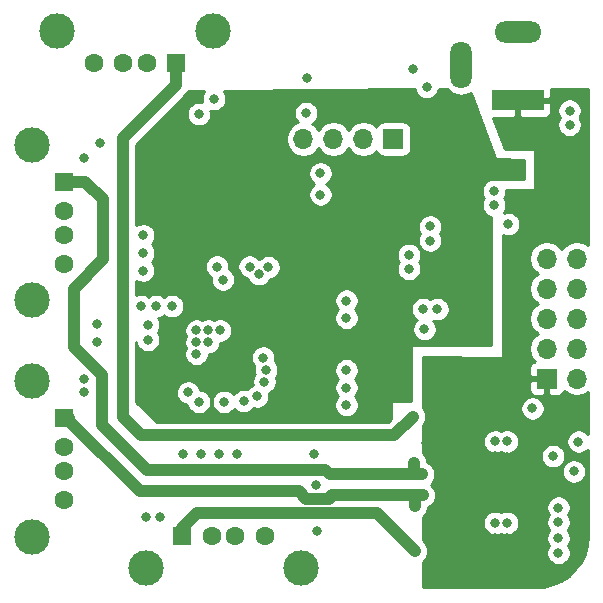
<source format=gbr>
G04 #@! TF.GenerationSoftware,KiCad,Pcbnew,5.1.5+dfsg1-2build2*
G04 #@! TF.CreationDate,2021-06-26T08:25:30+02:00*
G04 #@! TF.ProjectId,usb_switch,7573625f-7377-4697-9463-682e6b696361,rev?*
G04 #@! TF.SameCoordinates,Original*
G04 #@! TF.FileFunction,Copper,L2,Inr*
G04 #@! TF.FilePolarity,Positive*
%FSLAX46Y46*%
G04 Gerber Fmt 4.6, Leading zero omitted, Abs format (unit mm)*
G04 Created by KiCad (PCBNEW 5.1.5+dfsg1-2build2) date 2021-06-26 08:25:30*
%MOMM*%
%LPD*%
G04 APERTURE LIST*
%ADD10C,1.600000*%
%ADD11R,1.600000X1.600000*%
%ADD12C,3.000000*%
%ADD13O,1.700000X1.700000*%
%ADD14R,1.700000X1.700000*%
%ADD15O,1.800000X4.000000*%
%ADD16O,4.000000X1.800000*%
%ADD17R,4.400000X1.800000*%
%ADD18C,0.800000*%
%ADD19C,1.000000*%
%ADD20C,0.254000*%
G04 APERTURE END LIST*
D10*
X120000000Y-112000000D03*
X120000000Y-109500000D03*
X120000000Y-107500000D03*
D11*
X120000000Y-105000000D03*
D12*
X117290000Y-101930000D03*
X117290000Y-115070000D03*
D10*
X120000000Y-132000000D03*
X120000000Y-129500000D03*
X120000000Y-127500000D03*
D11*
X120000000Y-125000000D03*
D12*
X117290000Y-121930000D03*
X117290000Y-135070000D03*
D10*
X122500000Y-95000000D03*
X125000000Y-95000000D03*
X127000000Y-95000000D03*
D11*
X129500000Y-95000000D03*
D12*
X132570000Y-92290000D03*
X119430000Y-92290000D03*
D10*
X137000000Y-135000000D03*
X134500000Y-135000000D03*
X132500000Y-135000000D03*
D11*
X130000000Y-135000000D03*
D12*
X126930000Y-137710000D03*
X140070000Y-137710000D03*
D13*
X163400000Y-111520000D03*
X160860000Y-111520000D03*
X163400000Y-114060000D03*
X160860000Y-114060000D03*
X163400000Y-116600000D03*
X160860000Y-116600000D03*
X163400000Y-119140000D03*
X160860000Y-119140000D03*
X163400000Y-121680000D03*
D14*
X160860000Y-121680000D03*
D15*
X153600000Y-95100000D03*
D16*
X158400000Y-92300000D03*
D17*
X158400000Y-98100000D03*
D14*
X147880000Y-101400000D03*
D13*
X145340000Y-101400000D03*
X142800000Y-101400000D03*
X140260000Y-101400000D03*
D18*
X121650000Y-121750000D03*
X157500000Y-127000000D03*
X143900000Y-115075000D03*
X143900000Y-116550000D03*
X143900000Y-120975000D03*
X143900000Y-122450000D03*
X143900000Y-123925000D03*
X156500000Y-127000000D03*
X156500000Y-133900000D03*
X157500000Y-133900000D03*
X130100000Y-128050000D03*
X131600000Y-128050000D03*
X133100000Y-128050000D03*
X134600000Y-128050000D03*
X121700000Y-122800000D03*
X121700000Y-103000000D03*
X123000000Y-101700000D03*
X122800000Y-118600000D03*
X122800000Y-117100000D03*
X141700000Y-106100000D03*
X141700000Y-104300000D03*
X151000000Y-108800000D03*
X151000000Y-110000000D03*
X149500000Y-95500000D03*
X150700000Y-97000000D03*
X140600000Y-96200000D03*
X140500000Y-99200000D03*
X126900000Y-133400000D03*
X128100000Y-133400000D03*
X132700000Y-98000000D03*
X131400000Y-99300000D03*
X126700000Y-111050000D03*
X126700000Y-109550000D03*
X126700000Y-112550000D03*
X141450000Y-134600000D03*
X141200000Y-128100000D03*
X141300000Y-130700000D03*
X162800000Y-100200000D03*
X162800000Y-99000000D03*
X156400000Y-105800000D03*
X156400000Y-107000000D03*
X157600000Y-108600000D03*
X131200000Y-117600000D03*
X132200000Y-117600000D03*
X133200000Y-117600000D03*
X131200000Y-118600000D03*
X132200000Y-118600000D03*
X131200000Y-119600000D03*
X126500000Y-115550000D03*
X135700000Y-112200000D03*
X137300000Y-112250000D03*
X136500000Y-112850000D03*
X149200000Y-112400000D03*
X149200000Y-111200000D03*
X150500000Y-117500000D03*
X156500000Y-128250000D03*
X156500000Y-135200000D03*
X150800000Y-133900000D03*
X150600000Y-127100000D03*
X157500000Y-128300000D03*
X157500000Y-135200000D03*
X158300000Y-100100000D03*
X159600000Y-100100000D03*
X156900000Y-100100000D03*
X162400000Y-104900000D03*
X143900000Y-119500000D03*
X143900000Y-118025000D03*
X143900000Y-113600000D03*
X145600000Y-125000000D03*
X152000000Y-101300000D03*
X126800000Y-119800000D03*
X129300000Y-122550000D03*
X135900000Y-124850000D03*
X154100000Y-111600000D03*
X153900000Y-104000000D03*
X156400000Y-104000000D03*
X150100000Y-104100000D03*
X152000000Y-106700000D03*
X155200000Y-104000000D03*
X154125000Y-105675000D03*
X154125000Y-106875000D03*
X129800000Y-114050000D03*
X139150000Y-119800000D03*
X134600000Y-112750000D03*
X149600000Y-128800000D03*
X149000000Y-129800000D03*
X150300000Y-129800000D03*
X147900000Y-126500000D03*
X148700000Y-125700000D03*
X149500000Y-124900000D03*
X148100000Y-134700000D03*
X148900000Y-135500000D03*
X149700000Y-136300000D03*
X149700000Y-132500000D03*
X149150000Y-131550000D03*
X150350000Y-131550000D03*
X159650000Y-124200000D03*
X130500000Y-122850000D03*
X163550000Y-127016666D03*
X131400000Y-123650000D03*
X133550000Y-123650000D03*
X163150000Y-129550000D03*
X135200000Y-123600000D03*
X161400000Y-128250000D03*
X161850000Y-132600000D03*
X136350000Y-123200000D03*
X161850000Y-133850000D03*
X136950000Y-121950000D03*
X137100000Y-120950000D03*
X161850000Y-136450000D03*
X136850000Y-119900000D03*
X161850000Y-135200000D03*
X132950000Y-112200000D03*
X133450000Y-113300000D03*
X150400000Y-115800000D03*
X127800000Y-115550000D03*
X151600000Y-115800000D03*
X129150000Y-115550000D03*
X127100000Y-118400000D03*
X127100000Y-117150000D03*
D19*
X150300000Y-129800000D02*
X149000000Y-129800000D01*
X149600000Y-128800000D02*
X149600000Y-129800000D01*
X121800000Y-105000000D02*
X120000000Y-105000000D01*
X123300000Y-106500000D02*
X121800000Y-105000000D01*
X123300000Y-111600000D02*
X123300000Y-106500000D01*
X120800000Y-114100000D02*
X123300000Y-111600000D01*
X123250000Y-125600000D02*
X123250000Y-121400000D01*
X120800000Y-119000000D02*
X120800000Y-114100000D01*
X123200000Y-121400000D02*
X120800000Y-119000000D01*
X127050000Y-129400000D02*
X123250000Y-125600000D01*
X142100000Y-129400000D02*
X127050000Y-129400000D01*
X123250000Y-121400000D02*
X123200000Y-121400000D01*
X142500000Y-129800000D02*
X142100000Y-129400000D01*
X149000000Y-129800000D02*
X142500000Y-129800000D01*
X149500000Y-124900000D02*
X147900000Y-126500000D01*
X124950000Y-101350000D02*
X129500000Y-96800000D01*
X129500000Y-96800000D02*
X129500000Y-95000000D01*
X124950000Y-124900000D02*
X124950000Y-101350000D01*
X126550000Y-126500000D02*
X124950000Y-124900000D01*
X147900000Y-126500000D02*
X126550000Y-126500000D01*
X149700000Y-136300000D02*
X148100000Y-134700000D01*
X146450000Y-133050000D02*
X148100000Y-134700000D01*
X131250000Y-133050000D02*
X146450000Y-133050000D01*
X130000000Y-134300000D02*
X131250000Y-133050000D01*
X130000000Y-135000000D02*
X130000000Y-134300000D01*
X149750000Y-131884315D02*
X149750000Y-131550000D01*
X149700000Y-132500000D02*
X149700000Y-131934315D01*
X149700000Y-131934315D02*
X149750000Y-131884315D01*
X149750000Y-131550000D02*
X142700000Y-131550000D01*
X150350000Y-131550000D02*
X149750000Y-131550000D01*
X120400000Y-125000000D02*
X120000000Y-125000000D01*
X142400000Y-131850000D02*
X142700000Y-131550000D01*
X140500000Y-131850000D02*
X142400000Y-131850000D01*
X139850000Y-131200000D02*
X140500000Y-131850000D01*
X126400000Y-131200000D02*
X139850000Y-131200000D01*
X120200000Y-125000000D02*
X126400000Y-131200000D01*
X120000000Y-125000000D02*
X120200000Y-125000000D01*
D20*
G36*
X164340001Y-110362094D02*
G01*
X164103411Y-110204010D01*
X163833158Y-110092068D01*
X163546260Y-110035000D01*
X163253740Y-110035000D01*
X162966842Y-110092068D01*
X162696589Y-110204010D01*
X162453368Y-110366525D01*
X162246525Y-110573368D01*
X162130000Y-110747760D01*
X162013475Y-110573368D01*
X161806632Y-110366525D01*
X161563411Y-110204010D01*
X161293158Y-110092068D01*
X161006260Y-110035000D01*
X160713740Y-110035000D01*
X160426842Y-110092068D01*
X160156589Y-110204010D01*
X159913368Y-110366525D01*
X159706525Y-110573368D01*
X159544010Y-110816589D01*
X159432068Y-111086842D01*
X159375000Y-111373740D01*
X159375000Y-111666260D01*
X159432068Y-111953158D01*
X159544010Y-112223411D01*
X159706525Y-112466632D01*
X159913368Y-112673475D01*
X160087760Y-112790000D01*
X159913368Y-112906525D01*
X159706525Y-113113368D01*
X159544010Y-113356589D01*
X159432068Y-113626842D01*
X159375000Y-113913740D01*
X159375000Y-114206260D01*
X159432068Y-114493158D01*
X159544010Y-114763411D01*
X159706525Y-115006632D01*
X159913368Y-115213475D01*
X160087760Y-115330000D01*
X159913368Y-115446525D01*
X159706525Y-115653368D01*
X159544010Y-115896589D01*
X159432068Y-116166842D01*
X159375000Y-116453740D01*
X159375000Y-116746260D01*
X159432068Y-117033158D01*
X159544010Y-117303411D01*
X159706525Y-117546632D01*
X159913368Y-117753475D01*
X160087760Y-117870000D01*
X159913368Y-117986525D01*
X159706525Y-118193368D01*
X159544010Y-118436589D01*
X159432068Y-118706842D01*
X159375000Y-118993740D01*
X159375000Y-119286260D01*
X159432068Y-119573158D01*
X159544010Y-119843411D01*
X159706525Y-120086632D01*
X159838380Y-120218487D01*
X159765820Y-120240498D01*
X159655506Y-120299463D01*
X159558815Y-120378815D01*
X159479463Y-120475506D01*
X159420498Y-120585820D01*
X159384188Y-120705518D01*
X159371928Y-120830000D01*
X159375000Y-121394250D01*
X159533750Y-121553000D01*
X160733000Y-121553000D01*
X160733000Y-121533000D01*
X160987000Y-121533000D01*
X160987000Y-121553000D01*
X161007000Y-121553000D01*
X161007000Y-121807000D01*
X160987000Y-121807000D01*
X160987000Y-123006250D01*
X161145750Y-123165000D01*
X161710000Y-123168072D01*
X161834482Y-123155812D01*
X161954180Y-123119502D01*
X162064494Y-123060537D01*
X162161185Y-122981185D01*
X162240537Y-122884494D01*
X162299502Y-122774180D01*
X162321513Y-122701620D01*
X162453368Y-122833475D01*
X162696589Y-122995990D01*
X162966842Y-123107932D01*
X163253740Y-123165000D01*
X163546260Y-123165000D01*
X163833158Y-123107932D01*
X164103411Y-122995990D01*
X164340000Y-122837906D01*
X164340000Y-126342955D01*
X164209774Y-126212729D01*
X164040256Y-126099461D01*
X163851898Y-126021440D01*
X163651939Y-125981666D01*
X163448061Y-125981666D01*
X163248102Y-126021440D01*
X163059744Y-126099461D01*
X162890226Y-126212729D01*
X162746063Y-126356892D01*
X162632795Y-126526410D01*
X162554774Y-126714768D01*
X162515000Y-126914727D01*
X162515000Y-127118605D01*
X162554774Y-127318564D01*
X162632795Y-127506922D01*
X162746063Y-127676440D01*
X162890226Y-127820603D01*
X163059744Y-127933871D01*
X163248102Y-128011892D01*
X163448061Y-128051666D01*
X163651939Y-128051666D01*
X163851898Y-128011892D01*
X164040256Y-127933871D01*
X164209774Y-127820603D01*
X164340000Y-127690377D01*
X164340000Y-134970608D01*
X164268827Y-135768083D01*
X164065344Y-136511890D01*
X163733363Y-137207904D01*
X163283374Y-137834130D01*
X162729597Y-138370777D01*
X162089549Y-138800871D01*
X161383447Y-139110829D01*
X160628543Y-139292065D01*
X159975793Y-139340000D01*
X150377000Y-139340000D01*
X150377000Y-137212685D01*
X150506449Y-137106449D01*
X150648284Y-136933623D01*
X150753676Y-136736447D01*
X150818577Y-136522499D01*
X150840491Y-136300000D01*
X150818577Y-136077501D01*
X150753676Y-135863553D01*
X150648284Y-135666377D01*
X150541989Y-135536856D01*
X150377000Y-135371867D01*
X150377000Y-133798061D01*
X155465000Y-133798061D01*
X155465000Y-134001939D01*
X155504774Y-134201898D01*
X155582795Y-134390256D01*
X155696063Y-134559774D01*
X155840226Y-134703937D01*
X156009744Y-134817205D01*
X156198102Y-134895226D01*
X156398061Y-134935000D01*
X156601939Y-134935000D01*
X156801898Y-134895226D01*
X156990256Y-134817205D01*
X157000000Y-134810694D01*
X157009744Y-134817205D01*
X157198102Y-134895226D01*
X157398061Y-134935000D01*
X157601939Y-134935000D01*
X157801898Y-134895226D01*
X157990256Y-134817205D01*
X158159774Y-134703937D01*
X158303937Y-134559774D01*
X158417205Y-134390256D01*
X158495226Y-134201898D01*
X158535000Y-134001939D01*
X158535000Y-133798061D01*
X158495226Y-133598102D01*
X158417205Y-133409744D01*
X158303937Y-133240226D01*
X158159774Y-133096063D01*
X157990256Y-132982795D01*
X157801898Y-132904774D01*
X157601939Y-132865000D01*
X157398061Y-132865000D01*
X157198102Y-132904774D01*
X157009744Y-132982795D01*
X157000000Y-132989306D01*
X156990256Y-132982795D01*
X156801898Y-132904774D01*
X156601939Y-132865000D01*
X156398061Y-132865000D01*
X156198102Y-132904774D01*
X156009744Y-132982795D01*
X155840226Y-133096063D01*
X155696063Y-133240226D01*
X155582795Y-133409744D01*
X155504774Y-133598102D01*
X155465000Y-133798061D01*
X150377000Y-133798061D01*
X150377000Y-133412685D01*
X150506449Y-133306449D01*
X150648284Y-133133623D01*
X150753676Y-132936447D01*
X150818577Y-132722499D01*
X150832716Y-132578945D01*
X150983623Y-132498284D01*
X150983894Y-132498061D01*
X160815000Y-132498061D01*
X160815000Y-132701939D01*
X160854774Y-132901898D01*
X160932795Y-133090256D01*
X161022828Y-133225000D01*
X160932795Y-133359744D01*
X160854774Y-133548102D01*
X160815000Y-133748061D01*
X160815000Y-133951939D01*
X160854774Y-134151898D01*
X160932795Y-134340256D01*
X161046063Y-134509774D01*
X161061289Y-134525000D01*
X161046063Y-134540226D01*
X160932795Y-134709744D01*
X160854774Y-134898102D01*
X160815000Y-135098061D01*
X160815000Y-135301939D01*
X160854774Y-135501898D01*
X160932795Y-135690256D01*
X161022828Y-135825000D01*
X160932795Y-135959744D01*
X160854774Y-136148102D01*
X160815000Y-136348061D01*
X160815000Y-136551939D01*
X160854774Y-136751898D01*
X160932795Y-136940256D01*
X161046063Y-137109774D01*
X161190226Y-137253937D01*
X161359744Y-137367205D01*
X161548102Y-137445226D01*
X161748061Y-137485000D01*
X161951939Y-137485000D01*
X162151898Y-137445226D01*
X162340256Y-137367205D01*
X162509774Y-137253937D01*
X162653937Y-137109774D01*
X162767205Y-136940256D01*
X162845226Y-136751898D01*
X162885000Y-136551939D01*
X162885000Y-136348061D01*
X162845226Y-136148102D01*
X162767205Y-135959744D01*
X162677172Y-135825000D01*
X162767205Y-135690256D01*
X162845226Y-135501898D01*
X162885000Y-135301939D01*
X162885000Y-135098061D01*
X162845226Y-134898102D01*
X162767205Y-134709744D01*
X162653937Y-134540226D01*
X162638711Y-134525000D01*
X162653937Y-134509774D01*
X162767205Y-134340256D01*
X162845226Y-134151898D01*
X162885000Y-133951939D01*
X162885000Y-133748061D01*
X162845226Y-133548102D01*
X162767205Y-133359744D01*
X162677172Y-133225000D01*
X162767205Y-133090256D01*
X162845226Y-132901898D01*
X162885000Y-132701939D01*
X162885000Y-132498061D01*
X162845226Y-132298102D01*
X162767205Y-132109744D01*
X162653937Y-131940226D01*
X162509774Y-131796063D01*
X162340256Y-131682795D01*
X162151898Y-131604774D01*
X161951939Y-131565000D01*
X161748061Y-131565000D01*
X161548102Y-131604774D01*
X161359744Y-131682795D01*
X161190226Y-131796063D01*
X161046063Y-131940226D01*
X160932795Y-132109744D01*
X160854774Y-132298102D01*
X160815000Y-132498061D01*
X150983894Y-132498061D01*
X151156449Y-132356449D01*
X151298284Y-132183623D01*
X151403676Y-131986447D01*
X151468577Y-131772499D01*
X151490491Y-131550000D01*
X151468577Y-131327501D01*
X151403676Y-131113553D01*
X151298284Y-130916377D01*
X151156449Y-130743551D01*
X151047920Y-130654483D01*
X151106449Y-130606449D01*
X151248284Y-130433623D01*
X151353676Y-130236447D01*
X151418577Y-130022499D01*
X151440491Y-129800000D01*
X151418577Y-129577501D01*
X151379312Y-129448061D01*
X162115000Y-129448061D01*
X162115000Y-129651939D01*
X162154774Y-129851898D01*
X162232795Y-130040256D01*
X162346063Y-130209774D01*
X162490226Y-130353937D01*
X162659744Y-130467205D01*
X162848102Y-130545226D01*
X163048061Y-130585000D01*
X163251939Y-130585000D01*
X163451898Y-130545226D01*
X163640256Y-130467205D01*
X163809774Y-130353937D01*
X163953937Y-130209774D01*
X164067205Y-130040256D01*
X164145226Y-129851898D01*
X164185000Y-129651939D01*
X164185000Y-129448061D01*
X164145226Y-129248102D01*
X164067205Y-129059744D01*
X163953937Y-128890226D01*
X163809774Y-128746063D01*
X163640256Y-128632795D01*
X163451898Y-128554774D01*
X163251939Y-128515000D01*
X163048061Y-128515000D01*
X162848102Y-128554774D01*
X162659744Y-128632795D01*
X162490226Y-128746063D01*
X162346063Y-128890226D01*
X162232795Y-129059744D01*
X162154774Y-129248102D01*
X162115000Y-129448061D01*
X151379312Y-129448061D01*
X151353676Y-129363553D01*
X151248284Y-129166377D01*
X151106449Y-128993551D01*
X150933623Y-128851716D01*
X150736447Y-128746324D01*
X150735000Y-128745885D01*
X150735000Y-128744248D01*
X150718577Y-128577501D01*
X150653676Y-128363553D01*
X150548284Y-128166377D01*
X150533253Y-128148061D01*
X160365000Y-128148061D01*
X160365000Y-128351939D01*
X160404774Y-128551898D01*
X160482795Y-128740256D01*
X160596063Y-128909774D01*
X160740226Y-129053937D01*
X160909744Y-129167205D01*
X161098102Y-129245226D01*
X161298061Y-129285000D01*
X161501939Y-129285000D01*
X161701898Y-129245226D01*
X161890256Y-129167205D01*
X162059774Y-129053937D01*
X162203937Y-128909774D01*
X162317205Y-128740256D01*
X162395226Y-128551898D01*
X162435000Y-128351939D01*
X162435000Y-128148061D01*
X162395226Y-127948102D01*
X162317205Y-127759744D01*
X162203937Y-127590226D01*
X162059774Y-127446063D01*
X161890256Y-127332795D01*
X161701898Y-127254774D01*
X161501939Y-127215000D01*
X161298061Y-127215000D01*
X161098102Y-127254774D01*
X160909744Y-127332795D01*
X160740226Y-127446063D01*
X160596063Y-127590226D01*
X160482795Y-127759744D01*
X160404774Y-127948102D01*
X160365000Y-128148061D01*
X150533253Y-128148061D01*
X150406449Y-127993551D01*
X150377000Y-127969383D01*
X150377000Y-126898061D01*
X155465000Y-126898061D01*
X155465000Y-127101939D01*
X155504774Y-127301898D01*
X155582795Y-127490256D01*
X155696063Y-127659774D01*
X155840226Y-127803937D01*
X156009744Y-127917205D01*
X156198102Y-127995226D01*
X156398061Y-128035000D01*
X156601939Y-128035000D01*
X156801898Y-127995226D01*
X156990256Y-127917205D01*
X157000000Y-127910694D01*
X157009744Y-127917205D01*
X157198102Y-127995226D01*
X157398061Y-128035000D01*
X157601939Y-128035000D01*
X157801898Y-127995226D01*
X157990256Y-127917205D01*
X158159774Y-127803937D01*
X158303937Y-127659774D01*
X158417205Y-127490256D01*
X158495226Y-127301898D01*
X158535000Y-127101939D01*
X158535000Y-126898061D01*
X158495226Y-126698102D01*
X158417205Y-126509744D01*
X158303937Y-126340226D01*
X158159774Y-126196063D01*
X157990256Y-126082795D01*
X157801898Y-126004774D01*
X157601939Y-125965000D01*
X157398061Y-125965000D01*
X157198102Y-126004774D01*
X157009744Y-126082795D01*
X157000000Y-126089306D01*
X156990256Y-126082795D01*
X156801898Y-126004774D01*
X156601939Y-125965000D01*
X156398061Y-125965000D01*
X156198102Y-126004774D01*
X156009744Y-126082795D01*
X155840226Y-126196063D01*
X155696063Y-126340226D01*
X155582795Y-126509744D01*
X155504774Y-126698102D01*
X155465000Y-126898061D01*
X150377000Y-126898061D01*
X150377000Y-125620483D01*
X150448284Y-125533623D01*
X150553676Y-125336447D01*
X150618577Y-125122499D01*
X150640491Y-124900000D01*
X150618577Y-124677501D01*
X150553676Y-124463553D01*
X150448284Y-124266377D01*
X150377000Y-124179517D01*
X150377000Y-124098061D01*
X158615000Y-124098061D01*
X158615000Y-124301939D01*
X158654774Y-124501898D01*
X158732795Y-124690256D01*
X158846063Y-124859774D01*
X158990226Y-125003937D01*
X159159744Y-125117205D01*
X159348102Y-125195226D01*
X159548061Y-125235000D01*
X159751939Y-125235000D01*
X159951898Y-125195226D01*
X160140256Y-125117205D01*
X160309774Y-125003937D01*
X160453937Y-124859774D01*
X160567205Y-124690256D01*
X160645226Y-124501898D01*
X160685000Y-124301939D01*
X160685000Y-124098061D01*
X160645226Y-123898102D01*
X160567205Y-123709744D01*
X160453937Y-123540226D01*
X160309774Y-123396063D01*
X160140256Y-123282795D01*
X159951898Y-123204774D01*
X159751939Y-123165000D01*
X159548061Y-123165000D01*
X159348102Y-123204774D01*
X159159744Y-123282795D01*
X158990226Y-123396063D01*
X158846063Y-123540226D01*
X158732795Y-123709744D01*
X158654774Y-123898102D01*
X158615000Y-124098061D01*
X150377000Y-124098061D01*
X150377000Y-122530000D01*
X159371928Y-122530000D01*
X159384188Y-122654482D01*
X159420498Y-122774180D01*
X159479463Y-122884494D01*
X159558815Y-122981185D01*
X159655506Y-123060537D01*
X159765820Y-123119502D01*
X159885518Y-123155812D01*
X160010000Y-123168072D01*
X160574250Y-123165000D01*
X160733000Y-123006250D01*
X160733000Y-121807000D01*
X159533750Y-121807000D01*
X159375000Y-121965750D01*
X159371928Y-122530000D01*
X150377000Y-122530000D01*
X150377000Y-119877708D01*
X156993044Y-119914498D01*
X157017833Y-119912196D01*
X157041698Y-119905101D01*
X157063719Y-119893487D01*
X157083052Y-119877801D01*
X157098953Y-119858644D01*
X157110811Y-119836752D01*
X157118170Y-119812969D01*
X157120750Y-119787612D01*
X157129800Y-109525512D01*
X157298102Y-109595226D01*
X157498061Y-109635000D01*
X157701939Y-109635000D01*
X157901898Y-109595226D01*
X158090256Y-109517205D01*
X158259774Y-109403937D01*
X158403937Y-109259774D01*
X158517205Y-109090256D01*
X158595226Y-108901898D01*
X158635000Y-108701939D01*
X158635000Y-108498061D01*
X158595226Y-108298102D01*
X158517205Y-108109744D01*
X158403937Y-107940226D01*
X158259774Y-107796063D01*
X158090256Y-107682795D01*
X157901898Y-107604774D01*
X157701939Y-107565000D01*
X157498061Y-107565000D01*
X157298102Y-107604774D01*
X157218715Y-107637658D01*
X157317205Y-107490256D01*
X157395226Y-107301898D01*
X157435000Y-107101939D01*
X157435000Y-106898061D01*
X157395226Y-106698102D01*
X157317205Y-106509744D01*
X157243877Y-106400000D01*
X157317205Y-106290256D01*
X157395226Y-106101898D01*
X157435000Y-105901939D01*
X157435000Y-105737530D01*
X159725584Y-105726999D01*
X159750349Y-105724445D01*
X159774140Y-105717108D01*
X159796042Y-105705271D01*
X159815214Y-105689389D01*
X159830920Y-105670071D01*
X159842555Y-105648061D01*
X159849672Y-105624204D01*
X159851984Y-105601984D01*
X159901984Y-102401984D01*
X159899932Y-102377173D01*
X159893078Y-102353238D01*
X159881686Y-102331101D01*
X159866195Y-102311611D01*
X159847199Y-102295519D01*
X159825428Y-102283441D01*
X159801719Y-102275843D01*
X159775000Y-102273000D01*
X157311877Y-102273000D01*
X156287129Y-99637932D01*
X158114250Y-99635000D01*
X158273000Y-99476250D01*
X158273000Y-98227000D01*
X158527000Y-98227000D01*
X158527000Y-99476250D01*
X158685750Y-99635000D01*
X160600000Y-99638072D01*
X160724482Y-99625812D01*
X160844180Y-99589502D01*
X160954494Y-99530537D01*
X161051185Y-99451185D01*
X161130537Y-99354494D01*
X161189502Y-99244180D01*
X161225812Y-99124482D01*
X161238072Y-99000000D01*
X161237563Y-98898061D01*
X161765000Y-98898061D01*
X161765000Y-99101939D01*
X161804774Y-99301898D01*
X161882795Y-99490256D01*
X161956123Y-99600000D01*
X161882795Y-99709744D01*
X161804774Y-99898102D01*
X161765000Y-100098061D01*
X161765000Y-100301939D01*
X161804774Y-100501898D01*
X161882795Y-100690256D01*
X161996063Y-100859774D01*
X162140226Y-101003937D01*
X162309744Y-101117205D01*
X162498102Y-101195226D01*
X162698061Y-101235000D01*
X162901939Y-101235000D01*
X163101898Y-101195226D01*
X163290256Y-101117205D01*
X163459774Y-101003937D01*
X163603937Y-100859774D01*
X163717205Y-100690256D01*
X163795226Y-100501898D01*
X163835000Y-100301939D01*
X163835000Y-100098061D01*
X163795226Y-99898102D01*
X163717205Y-99709744D01*
X163643877Y-99600000D01*
X163717205Y-99490256D01*
X163795226Y-99301898D01*
X163835000Y-99101939D01*
X163835000Y-98898061D01*
X163795226Y-98698102D01*
X163717205Y-98509744D01*
X163603937Y-98340226D01*
X163459774Y-98196063D01*
X163290256Y-98082795D01*
X163101898Y-98004774D01*
X162901939Y-97965000D01*
X162698061Y-97965000D01*
X162498102Y-98004774D01*
X162309744Y-98082795D01*
X162140226Y-98196063D01*
X161996063Y-98340226D01*
X161882795Y-98509744D01*
X161804774Y-98698102D01*
X161765000Y-98898061D01*
X161237563Y-98898061D01*
X161235000Y-98385750D01*
X161076250Y-98227000D01*
X158527000Y-98227000D01*
X158273000Y-98227000D01*
X158253000Y-98227000D01*
X158253000Y-97973000D01*
X158273000Y-97973000D01*
X158273000Y-97953000D01*
X158527000Y-97953000D01*
X158527000Y-97973000D01*
X161076250Y-97973000D01*
X161235000Y-97814250D01*
X161238072Y-97200000D01*
X161230882Y-97127000D01*
X164340001Y-97127000D01*
X164340001Y-110362094D01*
G37*
X164340001Y-110362094D02*
X164103411Y-110204010D01*
X163833158Y-110092068D01*
X163546260Y-110035000D01*
X163253740Y-110035000D01*
X162966842Y-110092068D01*
X162696589Y-110204010D01*
X162453368Y-110366525D01*
X162246525Y-110573368D01*
X162130000Y-110747760D01*
X162013475Y-110573368D01*
X161806632Y-110366525D01*
X161563411Y-110204010D01*
X161293158Y-110092068D01*
X161006260Y-110035000D01*
X160713740Y-110035000D01*
X160426842Y-110092068D01*
X160156589Y-110204010D01*
X159913368Y-110366525D01*
X159706525Y-110573368D01*
X159544010Y-110816589D01*
X159432068Y-111086842D01*
X159375000Y-111373740D01*
X159375000Y-111666260D01*
X159432068Y-111953158D01*
X159544010Y-112223411D01*
X159706525Y-112466632D01*
X159913368Y-112673475D01*
X160087760Y-112790000D01*
X159913368Y-112906525D01*
X159706525Y-113113368D01*
X159544010Y-113356589D01*
X159432068Y-113626842D01*
X159375000Y-113913740D01*
X159375000Y-114206260D01*
X159432068Y-114493158D01*
X159544010Y-114763411D01*
X159706525Y-115006632D01*
X159913368Y-115213475D01*
X160087760Y-115330000D01*
X159913368Y-115446525D01*
X159706525Y-115653368D01*
X159544010Y-115896589D01*
X159432068Y-116166842D01*
X159375000Y-116453740D01*
X159375000Y-116746260D01*
X159432068Y-117033158D01*
X159544010Y-117303411D01*
X159706525Y-117546632D01*
X159913368Y-117753475D01*
X160087760Y-117870000D01*
X159913368Y-117986525D01*
X159706525Y-118193368D01*
X159544010Y-118436589D01*
X159432068Y-118706842D01*
X159375000Y-118993740D01*
X159375000Y-119286260D01*
X159432068Y-119573158D01*
X159544010Y-119843411D01*
X159706525Y-120086632D01*
X159838380Y-120218487D01*
X159765820Y-120240498D01*
X159655506Y-120299463D01*
X159558815Y-120378815D01*
X159479463Y-120475506D01*
X159420498Y-120585820D01*
X159384188Y-120705518D01*
X159371928Y-120830000D01*
X159375000Y-121394250D01*
X159533750Y-121553000D01*
X160733000Y-121553000D01*
X160733000Y-121533000D01*
X160987000Y-121533000D01*
X160987000Y-121553000D01*
X161007000Y-121553000D01*
X161007000Y-121807000D01*
X160987000Y-121807000D01*
X160987000Y-123006250D01*
X161145750Y-123165000D01*
X161710000Y-123168072D01*
X161834482Y-123155812D01*
X161954180Y-123119502D01*
X162064494Y-123060537D01*
X162161185Y-122981185D01*
X162240537Y-122884494D01*
X162299502Y-122774180D01*
X162321513Y-122701620D01*
X162453368Y-122833475D01*
X162696589Y-122995990D01*
X162966842Y-123107932D01*
X163253740Y-123165000D01*
X163546260Y-123165000D01*
X163833158Y-123107932D01*
X164103411Y-122995990D01*
X164340000Y-122837906D01*
X164340000Y-126342955D01*
X164209774Y-126212729D01*
X164040256Y-126099461D01*
X163851898Y-126021440D01*
X163651939Y-125981666D01*
X163448061Y-125981666D01*
X163248102Y-126021440D01*
X163059744Y-126099461D01*
X162890226Y-126212729D01*
X162746063Y-126356892D01*
X162632795Y-126526410D01*
X162554774Y-126714768D01*
X162515000Y-126914727D01*
X162515000Y-127118605D01*
X162554774Y-127318564D01*
X162632795Y-127506922D01*
X162746063Y-127676440D01*
X162890226Y-127820603D01*
X163059744Y-127933871D01*
X163248102Y-128011892D01*
X163448061Y-128051666D01*
X163651939Y-128051666D01*
X163851898Y-128011892D01*
X164040256Y-127933871D01*
X164209774Y-127820603D01*
X164340000Y-127690377D01*
X164340000Y-134970608D01*
X164268827Y-135768083D01*
X164065344Y-136511890D01*
X163733363Y-137207904D01*
X163283374Y-137834130D01*
X162729597Y-138370777D01*
X162089549Y-138800871D01*
X161383447Y-139110829D01*
X160628543Y-139292065D01*
X159975793Y-139340000D01*
X150377000Y-139340000D01*
X150377000Y-137212685D01*
X150506449Y-137106449D01*
X150648284Y-136933623D01*
X150753676Y-136736447D01*
X150818577Y-136522499D01*
X150840491Y-136300000D01*
X150818577Y-136077501D01*
X150753676Y-135863553D01*
X150648284Y-135666377D01*
X150541989Y-135536856D01*
X150377000Y-135371867D01*
X150377000Y-133798061D01*
X155465000Y-133798061D01*
X155465000Y-134001939D01*
X155504774Y-134201898D01*
X155582795Y-134390256D01*
X155696063Y-134559774D01*
X155840226Y-134703937D01*
X156009744Y-134817205D01*
X156198102Y-134895226D01*
X156398061Y-134935000D01*
X156601939Y-134935000D01*
X156801898Y-134895226D01*
X156990256Y-134817205D01*
X157000000Y-134810694D01*
X157009744Y-134817205D01*
X157198102Y-134895226D01*
X157398061Y-134935000D01*
X157601939Y-134935000D01*
X157801898Y-134895226D01*
X157990256Y-134817205D01*
X158159774Y-134703937D01*
X158303937Y-134559774D01*
X158417205Y-134390256D01*
X158495226Y-134201898D01*
X158535000Y-134001939D01*
X158535000Y-133798061D01*
X158495226Y-133598102D01*
X158417205Y-133409744D01*
X158303937Y-133240226D01*
X158159774Y-133096063D01*
X157990256Y-132982795D01*
X157801898Y-132904774D01*
X157601939Y-132865000D01*
X157398061Y-132865000D01*
X157198102Y-132904774D01*
X157009744Y-132982795D01*
X157000000Y-132989306D01*
X156990256Y-132982795D01*
X156801898Y-132904774D01*
X156601939Y-132865000D01*
X156398061Y-132865000D01*
X156198102Y-132904774D01*
X156009744Y-132982795D01*
X155840226Y-133096063D01*
X155696063Y-133240226D01*
X155582795Y-133409744D01*
X155504774Y-133598102D01*
X155465000Y-133798061D01*
X150377000Y-133798061D01*
X150377000Y-133412685D01*
X150506449Y-133306449D01*
X150648284Y-133133623D01*
X150753676Y-132936447D01*
X150818577Y-132722499D01*
X150832716Y-132578945D01*
X150983623Y-132498284D01*
X150983894Y-132498061D01*
X160815000Y-132498061D01*
X160815000Y-132701939D01*
X160854774Y-132901898D01*
X160932795Y-133090256D01*
X161022828Y-133225000D01*
X160932795Y-133359744D01*
X160854774Y-133548102D01*
X160815000Y-133748061D01*
X160815000Y-133951939D01*
X160854774Y-134151898D01*
X160932795Y-134340256D01*
X161046063Y-134509774D01*
X161061289Y-134525000D01*
X161046063Y-134540226D01*
X160932795Y-134709744D01*
X160854774Y-134898102D01*
X160815000Y-135098061D01*
X160815000Y-135301939D01*
X160854774Y-135501898D01*
X160932795Y-135690256D01*
X161022828Y-135825000D01*
X160932795Y-135959744D01*
X160854774Y-136148102D01*
X160815000Y-136348061D01*
X160815000Y-136551939D01*
X160854774Y-136751898D01*
X160932795Y-136940256D01*
X161046063Y-137109774D01*
X161190226Y-137253937D01*
X161359744Y-137367205D01*
X161548102Y-137445226D01*
X161748061Y-137485000D01*
X161951939Y-137485000D01*
X162151898Y-137445226D01*
X162340256Y-137367205D01*
X162509774Y-137253937D01*
X162653937Y-137109774D01*
X162767205Y-136940256D01*
X162845226Y-136751898D01*
X162885000Y-136551939D01*
X162885000Y-136348061D01*
X162845226Y-136148102D01*
X162767205Y-135959744D01*
X162677172Y-135825000D01*
X162767205Y-135690256D01*
X162845226Y-135501898D01*
X162885000Y-135301939D01*
X162885000Y-135098061D01*
X162845226Y-134898102D01*
X162767205Y-134709744D01*
X162653937Y-134540226D01*
X162638711Y-134525000D01*
X162653937Y-134509774D01*
X162767205Y-134340256D01*
X162845226Y-134151898D01*
X162885000Y-133951939D01*
X162885000Y-133748061D01*
X162845226Y-133548102D01*
X162767205Y-133359744D01*
X162677172Y-133225000D01*
X162767205Y-133090256D01*
X162845226Y-132901898D01*
X162885000Y-132701939D01*
X162885000Y-132498061D01*
X162845226Y-132298102D01*
X162767205Y-132109744D01*
X162653937Y-131940226D01*
X162509774Y-131796063D01*
X162340256Y-131682795D01*
X162151898Y-131604774D01*
X161951939Y-131565000D01*
X161748061Y-131565000D01*
X161548102Y-131604774D01*
X161359744Y-131682795D01*
X161190226Y-131796063D01*
X161046063Y-131940226D01*
X160932795Y-132109744D01*
X160854774Y-132298102D01*
X160815000Y-132498061D01*
X150983894Y-132498061D01*
X151156449Y-132356449D01*
X151298284Y-132183623D01*
X151403676Y-131986447D01*
X151468577Y-131772499D01*
X151490491Y-131550000D01*
X151468577Y-131327501D01*
X151403676Y-131113553D01*
X151298284Y-130916377D01*
X151156449Y-130743551D01*
X151047920Y-130654483D01*
X151106449Y-130606449D01*
X151248284Y-130433623D01*
X151353676Y-130236447D01*
X151418577Y-130022499D01*
X151440491Y-129800000D01*
X151418577Y-129577501D01*
X151379312Y-129448061D01*
X162115000Y-129448061D01*
X162115000Y-129651939D01*
X162154774Y-129851898D01*
X162232795Y-130040256D01*
X162346063Y-130209774D01*
X162490226Y-130353937D01*
X162659744Y-130467205D01*
X162848102Y-130545226D01*
X163048061Y-130585000D01*
X163251939Y-130585000D01*
X163451898Y-130545226D01*
X163640256Y-130467205D01*
X163809774Y-130353937D01*
X163953937Y-130209774D01*
X164067205Y-130040256D01*
X164145226Y-129851898D01*
X164185000Y-129651939D01*
X164185000Y-129448061D01*
X164145226Y-129248102D01*
X164067205Y-129059744D01*
X163953937Y-128890226D01*
X163809774Y-128746063D01*
X163640256Y-128632795D01*
X163451898Y-128554774D01*
X163251939Y-128515000D01*
X163048061Y-128515000D01*
X162848102Y-128554774D01*
X162659744Y-128632795D01*
X162490226Y-128746063D01*
X162346063Y-128890226D01*
X162232795Y-129059744D01*
X162154774Y-129248102D01*
X162115000Y-129448061D01*
X151379312Y-129448061D01*
X151353676Y-129363553D01*
X151248284Y-129166377D01*
X151106449Y-128993551D01*
X150933623Y-128851716D01*
X150736447Y-128746324D01*
X150735000Y-128745885D01*
X150735000Y-128744248D01*
X150718577Y-128577501D01*
X150653676Y-128363553D01*
X150548284Y-128166377D01*
X150533253Y-128148061D01*
X160365000Y-128148061D01*
X160365000Y-128351939D01*
X160404774Y-128551898D01*
X160482795Y-128740256D01*
X160596063Y-128909774D01*
X160740226Y-129053937D01*
X160909744Y-129167205D01*
X161098102Y-129245226D01*
X161298061Y-129285000D01*
X161501939Y-129285000D01*
X161701898Y-129245226D01*
X161890256Y-129167205D01*
X162059774Y-129053937D01*
X162203937Y-128909774D01*
X162317205Y-128740256D01*
X162395226Y-128551898D01*
X162435000Y-128351939D01*
X162435000Y-128148061D01*
X162395226Y-127948102D01*
X162317205Y-127759744D01*
X162203937Y-127590226D01*
X162059774Y-127446063D01*
X161890256Y-127332795D01*
X161701898Y-127254774D01*
X161501939Y-127215000D01*
X161298061Y-127215000D01*
X161098102Y-127254774D01*
X160909744Y-127332795D01*
X160740226Y-127446063D01*
X160596063Y-127590226D01*
X160482795Y-127759744D01*
X160404774Y-127948102D01*
X160365000Y-128148061D01*
X150533253Y-128148061D01*
X150406449Y-127993551D01*
X150377000Y-127969383D01*
X150377000Y-126898061D01*
X155465000Y-126898061D01*
X155465000Y-127101939D01*
X155504774Y-127301898D01*
X155582795Y-127490256D01*
X155696063Y-127659774D01*
X155840226Y-127803937D01*
X156009744Y-127917205D01*
X156198102Y-127995226D01*
X156398061Y-128035000D01*
X156601939Y-128035000D01*
X156801898Y-127995226D01*
X156990256Y-127917205D01*
X157000000Y-127910694D01*
X157009744Y-127917205D01*
X157198102Y-127995226D01*
X157398061Y-128035000D01*
X157601939Y-128035000D01*
X157801898Y-127995226D01*
X157990256Y-127917205D01*
X158159774Y-127803937D01*
X158303937Y-127659774D01*
X158417205Y-127490256D01*
X158495226Y-127301898D01*
X158535000Y-127101939D01*
X158535000Y-126898061D01*
X158495226Y-126698102D01*
X158417205Y-126509744D01*
X158303937Y-126340226D01*
X158159774Y-126196063D01*
X157990256Y-126082795D01*
X157801898Y-126004774D01*
X157601939Y-125965000D01*
X157398061Y-125965000D01*
X157198102Y-126004774D01*
X157009744Y-126082795D01*
X157000000Y-126089306D01*
X156990256Y-126082795D01*
X156801898Y-126004774D01*
X156601939Y-125965000D01*
X156398061Y-125965000D01*
X156198102Y-126004774D01*
X156009744Y-126082795D01*
X155840226Y-126196063D01*
X155696063Y-126340226D01*
X155582795Y-126509744D01*
X155504774Y-126698102D01*
X155465000Y-126898061D01*
X150377000Y-126898061D01*
X150377000Y-125620483D01*
X150448284Y-125533623D01*
X150553676Y-125336447D01*
X150618577Y-125122499D01*
X150640491Y-124900000D01*
X150618577Y-124677501D01*
X150553676Y-124463553D01*
X150448284Y-124266377D01*
X150377000Y-124179517D01*
X150377000Y-124098061D01*
X158615000Y-124098061D01*
X158615000Y-124301939D01*
X158654774Y-124501898D01*
X158732795Y-124690256D01*
X158846063Y-124859774D01*
X158990226Y-125003937D01*
X159159744Y-125117205D01*
X159348102Y-125195226D01*
X159548061Y-125235000D01*
X159751939Y-125235000D01*
X159951898Y-125195226D01*
X160140256Y-125117205D01*
X160309774Y-125003937D01*
X160453937Y-124859774D01*
X160567205Y-124690256D01*
X160645226Y-124501898D01*
X160685000Y-124301939D01*
X160685000Y-124098061D01*
X160645226Y-123898102D01*
X160567205Y-123709744D01*
X160453937Y-123540226D01*
X160309774Y-123396063D01*
X160140256Y-123282795D01*
X159951898Y-123204774D01*
X159751939Y-123165000D01*
X159548061Y-123165000D01*
X159348102Y-123204774D01*
X159159744Y-123282795D01*
X158990226Y-123396063D01*
X158846063Y-123540226D01*
X158732795Y-123709744D01*
X158654774Y-123898102D01*
X158615000Y-124098061D01*
X150377000Y-124098061D01*
X150377000Y-122530000D01*
X159371928Y-122530000D01*
X159384188Y-122654482D01*
X159420498Y-122774180D01*
X159479463Y-122884494D01*
X159558815Y-122981185D01*
X159655506Y-123060537D01*
X159765820Y-123119502D01*
X159885518Y-123155812D01*
X160010000Y-123168072D01*
X160574250Y-123165000D01*
X160733000Y-123006250D01*
X160733000Y-121807000D01*
X159533750Y-121807000D01*
X159375000Y-121965750D01*
X159371928Y-122530000D01*
X150377000Y-122530000D01*
X150377000Y-119877708D01*
X156993044Y-119914498D01*
X157017833Y-119912196D01*
X157041698Y-119905101D01*
X157063719Y-119893487D01*
X157083052Y-119877801D01*
X157098953Y-119858644D01*
X157110811Y-119836752D01*
X157118170Y-119812969D01*
X157120750Y-119787612D01*
X157129800Y-109525512D01*
X157298102Y-109595226D01*
X157498061Y-109635000D01*
X157701939Y-109635000D01*
X157901898Y-109595226D01*
X158090256Y-109517205D01*
X158259774Y-109403937D01*
X158403937Y-109259774D01*
X158517205Y-109090256D01*
X158595226Y-108901898D01*
X158635000Y-108701939D01*
X158635000Y-108498061D01*
X158595226Y-108298102D01*
X158517205Y-108109744D01*
X158403937Y-107940226D01*
X158259774Y-107796063D01*
X158090256Y-107682795D01*
X157901898Y-107604774D01*
X157701939Y-107565000D01*
X157498061Y-107565000D01*
X157298102Y-107604774D01*
X157218715Y-107637658D01*
X157317205Y-107490256D01*
X157395226Y-107301898D01*
X157435000Y-107101939D01*
X157435000Y-106898061D01*
X157395226Y-106698102D01*
X157317205Y-106509744D01*
X157243877Y-106400000D01*
X157317205Y-106290256D01*
X157395226Y-106101898D01*
X157435000Y-105901939D01*
X157435000Y-105737530D01*
X159725584Y-105726999D01*
X159750349Y-105724445D01*
X159774140Y-105717108D01*
X159796042Y-105705271D01*
X159815214Y-105689389D01*
X159830920Y-105670071D01*
X159842555Y-105648061D01*
X159849672Y-105624204D01*
X159851984Y-105601984D01*
X159901984Y-102401984D01*
X159899932Y-102377173D01*
X159893078Y-102353238D01*
X159881686Y-102331101D01*
X159866195Y-102311611D01*
X159847199Y-102295519D01*
X159825428Y-102283441D01*
X159801719Y-102275843D01*
X159775000Y-102273000D01*
X157311877Y-102273000D01*
X156287129Y-99637932D01*
X158114250Y-99635000D01*
X158273000Y-99476250D01*
X158273000Y-98227000D01*
X158527000Y-98227000D01*
X158527000Y-99476250D01*
X158685750Y-99635000D01*
X160600000Y-99638072D01*
X160724482Y-99625812D01*
X160844180Y-99589502D01*
X160954494Y-99530537D01*
X161051185Y-99451185D01*
X161130537Y-99354494D01*
X161189502Y-99244180D01*
X161225812Y-99124482D01*
X161238072Y-99000000D01*
X161237563Y-98898061D01*
X161765000Y-98898061D01*
X161765000Y-99101939D01*
X161804774Y-99301898D01*
X161882795Y-99490256D01*
X161956123Y-99600000D01*
X161882795Y-99709744D01*
X161804774Y-99898102D01*
X161765000Y-100098061D01*
X161765000Y-100301939D01*
X161804774Y-100501898D01*
X161882795Y-100690256D01*
X161996063Y-100859774D01*
X162140226Y-101003937D01*
X162309744Y-101117205D01*
X162498102Y-101195226D01*
X162698061Y-101235000D01*
X162901939Y-101235000D01*
X163101898Y-101195226D01*
X163290256Y-101117205D01*
X163459774Y-101003937D01*
X163603937Y-100859774D01*
X163717205Y-100690256D01*
X163795226Y-100501898D01*
X163835000Y-100301939D01*
X163835000Y-100098061D01*
X163795226Y-99898102D01*
X163717205Y-99709744D01*
X163643877Y-99600000D01*
X163717205Y-99490256D01*
X163795226Y-99301898D01*
X163835000Y-99101939D01*
X163835000Y-98898061D01*
X163795226Y-98698102D01*
X163717205Y-98509744D01*
X163603937Y-98340226D01*
X163459774Y-98196063D01*
X163290256Y-98082795D01*
X163101898Y-98004774D01*
X162901939Y-97965000D01*
X162698061Y-97965000D01*
X162498102Y-98004774D01*
X162309744Y-98082795D01*
X162140226Y-98196063D01*
X161996063Y-98340226D01*
X161882795Y-98509744D01*
X161804774Y-98698102D01*
X161765000Y-98898061D01*
X161237563Y-98898061D01*
X161235000Y-98385750D01*
X161076250Y-98227000D01*
X158527000Y-98227000D01*
X158273000Y-98227000D01*
X158253000Y-98227000D01*
X158253000Y-97973000D01*
X158273000Y-97973000D01*
X158273000Y-97953000D01*
X158527000Y-97953000D01*
X158527000Y-97973000D01*
X161076250Y-97973000D01*
X161235000Y-97814250D01*
X161238072Y-97200000D01*
X161230882Y-97127000D01*
X164340001Y-97127000D01*
X164340001Y-110362094D01*
G36*
X152509339Y-97290661D02*
G01*
X152743073Y-97482481D01*
X153009739Y-97625017D01*
X153299087Y-97712790D01*
X153600000Y-97742427D01*
X153900912Y-97712790D01*
X154190260Y-97625017D01*
X154425622Y-97499213D01*
X156493505Y-103044375D01*
X156504449Y-103066737D01*
X156519545Y-103086535D01*
X156538213Y-103103007D01*
X156559736Y-103115520D01*
X156583287Y-103123594D01*
X156609941Y-103126974D01*
X158967170Y-103174475D01*
X158972567Y-104771858D01*
X156298008Y-104748005D01*
X156273210Y-104750224D01*
X156249323Y-104757239D01*
X156227262Y-104768778D01*
X156210285Y-104782460D01*
X156098102Y-104804774D01*
X155909744Y-104882795D01*
X155740226Y-104996063D01*
X155596063Y-105140226D01*
X155482795Y-105309744D01*
X155404774Y-105498102D01*
X155365000Y-105698061D01*
X155365000Y-105901939D01*
X155404774Y-106101898D01*
X155482795Y-106290256D01*
X155556123Y-106400000D01*
X155482795Y-106509744D01*
X155404774Y-106698102D01*
X155365000Y-106898061D01*
X155365000Y-107101939D01*
X155404774Y-107301898D01*
X155482795Y-107490256D01*
X155596063Y-107659774D01*
X155740226Y-107803937D01*
X155909744Y-107917205D01*
X156098102Y-107995226D01*
X156170569Y-108009640D01*
X156172972Y-118873000D01*
X149500000Y-118873000D01*
X149475224Y-118875440D01*
X149451399Y-118882667D01*
X149429443Y-118894403D01*
X149410197Y-118910197D01*
X149394403Y-118929443D01*
X149382667Y-118951399D01*
X149375440Y-118975224D01*
X149373000Y-119000000D01*
X149373000Y-123623000D01*
X147800000Y-123623000D01*
X147775224Y-123625440D01*
X147751399Y-123632667D01*
X147729443Y-123644403D01*
X147710197Y-123660197D01*
X147694403Y-123679443D01*
X147682667Y-123701399D01*
X147675440Y-123725224D01*
X147673000Y-123750000D01*
X147673000Y-125121869D01*
X147429869Y-125365000D01*
X127855714Y-125365000D01*
X126085000Y-123647944D01*
X126085000Y-122748061D01*
X129465000Y-122748061D01*
X129465000Y-122951939D01*
X129504774Y-123151898D01*
X129582795Y-123340256D01*
X129696063Y-123509774D01*
X129840226Y-123653937D01*
X130009744Y-123767205D01*
X130198102Y-123845226D01*
X130391196Y-123883634D01*
X130404774Y-123951898D01*
X130482795Y-124140256D01*
X130596063Y-124309774D01*
X130740226Y-124453937D01*
X130909744Y-124567205D01*
X131098102Y-124645226D01*
X131298061Y-124685000D01*
X131501939Y-124685000D01*
X131701898Y-124645226D01*
X131890256Y-124567205D01*
X132059774Y-124453937D01*
X132203937Y-124309774D01*
X132317205Y-124140256D01*
X132395226Y-123951898D01*
X132435000Y-123751939D01*
X132435000Y-123548061D01*
X132515000Y-123548061D01*
X132515000Y-123751939D01*
X132554774Y-123951898D01*
X132632795Y-124140256D01*
X132746063Y-124309774D01*
X132890226Y-124453937D01*
X133059744Y-124567205D01*
X133248102Y-124645226D01*
X133448061Y-124685000D01*
X133651939Y-124685000D01*
X133851898Y-124645226D01*
X134040256Y-124567205D01*
X134209774Y-124453937D01*
X134353937Y-124309774D01*
X134391704Y-124253251D01*
X134396063Y-124259774D01*
X134540226Y-124403937D01*
X134709744Y-124517205D01*
X134898102Y-124595226D01*
X135098061Y-124635000D01*
X135301939Y-124635000D01*
X135501898Y-124595226D01*
X135690256Y-124517205D01*
X135859774Y-124403937D01*
X136003937Y-124259774D01*
X136047291Y-124194890D01*
X136048102Y-124195226D01*
X136248061Y-124235000D01*
X136451939Y-124235000D01*
X136651898Y-124195226D01*
X136840256Y-124117205D01*
X137009774Y-124003937D01*
X137153937Y-123859774D01*
X137267205Y-123690256D01*
X137345226Y-123501898D01*
X137385000Y-123301939D01*
X137385000Y-123098061D01*
X137346782Y-122905924D01*
X137440256Y-122867205D01*
X137609774Y-122753937D01*
X137753937Y-122609774D01*
X137867205Y-122440256D01*
X137945226Y-122251898D01*
X137985000Y-122051939D01*
X137985000Y-121848061D01*
X137945226Y-121648102D01*
X137919625Y-121586296D01*
X138017205Y-121440256D01*
X138095226Y-121251898D01*
X138135000Y-121051939D01*
X138135000Y-120873061D01*
X142865000Y-120873061D01*
X142865000Y-121076939D01*
X142904774Y-121276898D01*
X142982795Y-121465256D01*
X143096063Y-121634774D01*
X143173789Y-121712500D01*
X143096063Y-121790226D01*
X142982795Y-121959744D01*
X142904774Y-122148102D01*
X142865000Y-122348061D01*
X142865000Y-122551939D01*
X142904774Y-122751898D01*
X142982795Y-122940256D01*
X143096063Y-123109774D01*
X143173789Y-123187500D01*
X143096063Y-123265226D01*
X142982795Y-123434744D01*
X142904774Y-123623102D01*
X142865000Y-123823061D01*
X142865000Y-124026939D01*
X142904774Y-124226898D01*
X142982795Y-124415256D01*
X143096063Y-124584774D01*
X143240226Y-124728937D01*
X143409744Y-124842205D01*
X143598102Y-124920226D01*
X143798061Y-124960000D01*
X144001939Y-124960000D01*
X144201898Y-124920226D01*
X144390256Y-124842205D01*
X144559774Y-124728937D01*
X144703937Y-124584774D01*
X144817205Y-124415256D01*
X144895226Y-124226898D01*
X144935000Y-124026939D01*
X144935000Y-123823061D01*
X144895226Y-123623102D01*
X144817205Y-123434744D01*
X144703937Y-123265226D01*
X144626211Y-123187500D01*
X144703937Y-123109774D01*
X144817205Y-122940256D01*
X144895226Y-122751898D01*
X144935000Y-122551939D01*
X144935000Y-122348061D01*
X144895226Y-122148102D01*
X144817205Y-121959744D01*
X144703937Y-121790226D01*
X144626211Y-121712500D01*
X144703937Y-121634774D01*
X144817205Y-121465256D01*
X144895226Y-121276898D01*
X144935000Y-121076939D01*
X144935000Y-120873061D01*
X144895226Y-120673102D01*
X144817205Y-120484744D01*
X144703937Y-120315226D01*
X144559774Y-120171063D01*
X144390256Y-120057795D01*
X144201898Y-119979774D01*
X144001939Y-119940000D01*
X143798061Y-119940000D01*
X143598102Y-119979774D01*
X143409744Y-120057795D01*
X143240226Y-120171063D01*
X143096063Y-120315226D01*
X142982795Y-120484744D01*
X142904774Y-120673102D01*
X142865000Y-120873061D01*
X138135000Y-120873061D01*
X138135000Y-120848061D01*
X138095226Y-120648102D01*
X138017205Y-120459744D01*
X137903937Y-120290226D01*
X137836551Y-120222840D01*
X137845226Y-120201898D01*
X137885000Y-120001939D01*
X137885000Y-119798061D01*
X137845226Y-119598102D01*
X137767205Y-119409744D01*
X137653937Y-119240226D01*
X137509774Y-119096063D01*
X137340256Y-118982795D01*
X137151898Y-118904774D01*
X136951939Y-118865000D01*
X136748061Y-118865000D01*
X136548102Y-118904774D01*
X136359744Y-118982795D01*
X136190226Y-119096063D01*
X136046063Y-119240226D01*
X135932795Y-119409744D01*
X135854774Y-119598102D01*
X135815000Y-119798061D01*
X135815000Y-120001939D01*
X135854774Y-120201898D01*
X135932795Y-120390256D01*
X136046063Y-120559774D01*
X136113449Y-120627160D01*
X136104774Y-120648102D01*
X136065000Y-120848061D01*
X136065000Y-121051939D01*
X136104774Y-121251898D01*
X136130375Y-121313704D01*
X136032795Y-121459744D01*
X135954774Y-121648102D01*
X135915000Y-121848061D01*
X135915000Y-122051939D01*
X135953218Y-122244076D01*
X135859744Y-122282795D01*
X135690226Y-122396063D01*
X135546063Y-122540226D01*
X135502709Y-122605110D01*
X135501898Y-122604774D01*
X135301939Y-122565000D01*
X135098061Y-122565000D01*
X134898102Y-122604774D01*
X134709744Y-122682795D01*
X134540226Y-122796063D01*
X134396063Y-122940226D01*
X134358296Y-122996749D01*
X134353937Y-122990226D01*
X134209774Y-122846063D01*
X134040256Y-122732795D01*
X133851898Y-122654774D01*
X133651939Y-122615000D01*
X133448061Y-122615000D01*
X133248102Y-122654774D01*
X133059744Y-122732795D01*
X132890226Y-122846063D01*
X132746063Y-122990226D01*
X132632795Y-123159744D01*
X132554774Y-123348102D01*
X132515000Y-123548061D01*
X132435000Y-123548061D01*
X132395226Y-123348102D01*
X132317205Y-123159744D01*
X132203937Y-122990226D01*
X132059774Y-122846063D01*
X131890256Y-122732795D01*
X131701898Y-122654774D01*
X131508804Y-122616366D01*
X131495226Y-122548102D01*
X131417205Y-122359744D01*
X131303937Y-122190226D01*
X131159774Y-122046063D01*
X130990256Y-121932795D01*
X130801898Y-121854774D01*
X130601939Y-121815000D01*
X130398061Y-121815000D01*
X130198102Y-121854774D01*
X130009744Y-121932795D01*
X129840226Y-122046063D01*
X129696063Y-122190226D01*
X129582795Y-122359744D01*
X129504774Y-122548102D01*
X129465000Y-122748061D01*
X126085000Y-122748061D01*
X126085000Y-118602487D01*
X126104774Y-118701898D01*
X126182795Y-118890256D01*
X126296063Y-119059774D01*
X126440226Y-119203937D01*
X126609744Y-119317205D01*
X126798102Y-119395226D01*
X126998061Y-119435000D01*
X127201939Y-119435000D01*
X127401898Y-119395226D01*
X127590256Y-119317205D01*
X127759774Y-119203937D01*
X127903937Y-119059774D01*
X128017205Y-118890256D01*
X128095226Y-118701898D01*
X128135000Y-118501939D01*
X128135000Y-118298061D01*
X128095226Y-118098102D01*
X128017205Y-117909744D01*
X127927172Y-117775000D01*
X128017205Y-117640256D01*
X128076104Y-117498061D01*
X130165000Y-117498061D01*
X130165000Y-117701939D01*
X130204774Y-117901898D01*
X130282795Y-118090256D01*
X130289306Y-118100000D01*
X130282795Y-118109744D01*
X130204774Y-118298102D01*
X130165000Y-118498061D01*
X130165000Y-118701939D01*
X130204774Y-118901898D01*
X130282795Y-119090256D01*
X130289306Y-119100000D01*
X130282795Y-119109744D01*
X130204774Y-119298102D01*
X130165000Y-119498061D01*
X130165000Y-119701939D01*
X130204774Y-119901898D01*
X130282795Y-120090256D01*
X130396063Y-120259774D01*
X130540226Y-120403937D01*
X130709744Y-120517205D01*
X130898102Y-120595226D01*
X131098061Y-120635000D01*
X131301939Y-120635000D01*
X131501898Y-120595226D01*
X131690256Y-120517205D01*
X131859774Y-120403937D01*
X132003937Y-120259774D01*
X132117205Y-120090256D01*
X132195226Y-119901898D01*
X132235000Y-119701939D01*
X132235000Y-119635000D01*
X132301939Y-119635000D01*
X132501898Y-119595226D01*
X132690256Y-119517205D01*
X132859774Y-119403937D01*
X133003937Y-119259774D01*
X133117205Y-119090256D01*
X133195226Y-118901898D01*
X133235000Y-118701939D01*
X133235000Y-118635000D01*
X133301939Y-118635000D01*
X133501898Y-118595226D01*
X133690256Y-118517205D01*
X133859774Y-118403937D01*
X134003937Y-118259774D01*
X134117205Y-118090256D01*
X134195226Y-117901898D01*
X134235000Y-117701939D01*
X134235000Y-117498061D01*
X134195226Y-117298102D01*
X134117205Y-117109744D01*
X134003937Y-116940226D01*
X133859774Y-116796063D01*
X133690256Y-116682795D01*
X133501898Y-116604774D01*
X133301939Y-116565000D01*
X133098061Y-116565000D01*
X132898102Y-116604774D01*
X132709744Y-116682795D01*
X132700000Y-116689306D01*
X132690256Y-116682795D01*
X132501898Y-116604774D01*
X132301939Y-116565000D01*
X132098061Y-116565000D01*
X131898102Y-116604774D01*
X131709744Y-116682795D01*
X131700000Y-116689306D01*
X131690256Y-116682795D01*
X131501898Y-116604774D01*
X131301939Y-116565000D01*
X131098061Y-116565000D01*
X130898102Y-116604774D01*
X130709744Y-116682795D01*
X130540226Y-116796063D01*
X130396063Y-116940226D01*
X130282795Y-117109744D01*
X130204774Y-117298102D01*
X130165000Y-117498061D01*
X128076104Y-117498061D01*
X128095226Y-117451898D01*
X128135000Y-117251939D01*
X128135000Y-117048061D01*
X128095226Y-116848102D01*
X128017205Y-116659744D01*
X127959599Y-116573531D01*
X128101898Y-116545226D01*
X128290256Y-116467205D01*
X128459774Y-116353937D01*
X128475000Y-116338711D01*
X128490226Y-116353937D01*
X128659744Y-116467205D01*
X128848102Y-116545226D01*
X129048061Y-116585000D01*
X129251939Y-116585000D01*
X129451898Y-116545226D01*
X129640256Y-116467205D01*
X129809774Y-116353937D01*
X129953937Y-116209774D01*
X130067205Y-116040256D01*
X130145226Y-115851898D01*
X130185000Y-115651939D01*
X130185000Y-115448061D01*
X130145226Y-115248102D01*
X130067205Y-115059744D01*
X130009286Y-114973061D01*
X142865000Y-114973061D01*
X142865000Y-115176939D01*
X142904774Y-115376898D01*
X142982795Y-115565256D01*
X143096063Y-115734774D01*
X143173789Y-115812500D01*
X143096063Y-115890226D01*
X142982795Y-116059744D01*
X142904774Y-116248102D01*
X142865000Y-116448061D01*
X142865000Y-116651939D01*
X142904774Y-116851898D01*
X142982795Y-117040256D01*
X143096063Y-117209774D01*
X143240226Y-117353937D01*
X143409744Y-117467205D01*
X143598102Y-117545226D01*
X143798061Y-117585000D01*
X144001939Y-117585000D01*
X144201898Y-117545226D01*
X144390256Y-117467205D01*
X144559774Y-117353937D01*
X144703937Y-117209774D01*
X144817205Y-117040256D01*
X144895226Y-116851898D01*
X144935000Y-116651939D01*
X144935000Y-116448061D01*
X144895226Y-116248102D01*
X144817205Y-116059744D01*
X144703937Y-115890226D01*
X144626211Y-115812500D01*
X144703937Y-115734774D01*
X144728467Y-115698061D01*
X149365000Y-115698061D01*
X149365000Y-115901939D01*
X149404774Y-116101898D01*
X149482795Y-116290256D01*
X149596063Y-116459774D01*
X149740226Y-116603937D01*
X149859164Y-116683409D01*
X149840226Y-116696063D01*
X149696063Y-116840226D01*
X149582795Y-117009744D01*
X149504774Y-117198102D01*
X149465000Y-117398061D01*
X149465000Y-117601939D01*
X149504774Y-117801898D01*
X149582795Y-117990256D01*
X149696063Y-118159774D01*
X149840226Y-118303937D01*
X150009744Y-118417205D01*
X150198102Y-118495226D01*
X150398061Y-118535000D01*
X150601939Y-118535000D01*
X150801898Y-118495226D01*
X150990256Y-118417205D01*
X151159774Y-118303937D01*
X151303937Y-118159774D01*
X151417205Y-117990256D01*
X151495226Y-117801898D01*
X151535000Y-117601939D01*
X151535000Y-117398061D01*
X151495226Y-117198102D01*
X151417205Y-117009744D01*
X151303937Y-116840226D01*
X151231243Y-116767532D01*
X151298102Y-116795226D01*
X151498061Y-116835000D01*
X151701939Y-116835000D01*
X151901898Y-116795226D01*
X152090256Y-116717205D01*
X152259774Y-116603937D01*
X152403937Y-116459774D01*
X152517205Y-116290256D01*
X152595226Y-116101898D01*
X152635000Y-115901939D01*
X152635000Y-115698061D01*
X152595226Y-115498102D01*
X152517205Y-115309744D01*
X152403937Y-115140226D01*
X152259774Y-114996063D01*
X152090256Y-114882795D01*
X151901898Y-114804774D01*
X151701939Y-114765000D01*
X151498061Y-114765000D01*
X151298102Y-114804774D01*
X151109744Y-114882795D01*
X151000000Y-114956123D01*
X150890256Y-114882795D01*
X150701898Y-114804774D01*
X150501939Y-114765000D01*
X150298061Y-114765000D01*
X150098102Y-114804774D01*
X149909744Y-114882795D01*
X149740226Y-114996063D01*
X149596063Y-115140226D01*
X149482795Y-115309744D01*
X149404774Y-115498102D01*
X149365000Y-115698061D01*
X144728467Y-115698061D01*
X144817205Y-115565256D01*
X144895226Y-115376898D01*
X144935000Y-115176939D01*
X144935000Y-114973061D01*
X144895226Y-114773102D01*
X144817205Y-114584744D01*
X144703937Y-114415226D01*
X144559774Y-114271063D01*
X144390256Y-114157795D01*
X144201898Y-114079774D01*
X144001939Y-114040000D01*
X143798061Y-114040000D01*
X143598102Y-114079774D01*
X143409744Y-114157795D01*
X143240226Y-114271063D01*
X143096063Y-114415226D01*
X142982795Y-114584744D01*
X142904774Y-114773102D01*
X142865000Y-114973061D01*
X130009286Y-114973061D01*
X129953937Y-114890226D01*
X129809774Y-114746063D01*
X129640256Y-114632795D01*
X129451898Y-114554774D01*
X129251939Y-114515000D01*
X129048061Y-114515000D01*
X128848102Y-114554774D01*
X128659744Y-114632795D01*
X128490226Y-114746063D01*
X128475000Y-114761289D01*
X128459774Y-114746063D01*
X128290256Y-114632795D01*
X128101898Y-114554774D01*
X127901939Y-114515000D01*
X127698061Y-114515000D01*
X127498102Y-114554774D01*
X127309744Y-114632795D01*
X127150000Y-114739532D01*
X126990256Y-114632795D01*
X126801898Y-114554774D01*
X126601939Y-114515000D01*
X126398061Y-114515000D01*
X126198102Y-114554774D01*
X126085000Y-114601623D01*
X126085000Y-113383854D01*
X126209744Y-113467205D01*
X126398102Y-113545226D01*
X126598061Y-113585000D01*
X126801939Y-113585000D01*
X127001898Y-113545226D01*
X127190256Y-113467205D01*
X127359774Y-113353937D01*
X127503937Y-113209774D01*
X127617205Y-113040256D01*
X127695226Y-112851898D01*
X127735000Y-112651939D01*
X127735000Y-112448061D01*
X127695226Y-112248102D01*
X127633077Y-112098061D01*
X131915000Y-112098061D01*
X131915000Y-112301939D01*
X131954774Y-112501898D01*
X132032795Y-112690256D01*
X132146063Y-112859774D01*
X132290226Y-113003937D01*
X132434445Y-113100301D01*
X132415000Y-113198061D01*
X132415000Y-113401939D01*
X132454774Y-113601898D01*
X132532795Y-113790256D01*
X132646063Y-113959774D01*
X132790226Y-114103937D01*
X132959744Y-114217205D01*
X133148102Y-114295226D01*
X133348061Y-114335000D01*
X133551939Y-114335000D01*
X133751898Y-114295226D01*
X133940256Y-114217205D01*
X134109774Y-114103937D01*
X134253937Y-113959774D01*
X134367205Y-113790256D01*
X134445226Y-113601898D01*
X134485000Y-113401939D01*
X134485000Y-113198061D01*
X134445226Y-112998102D01*
X134367205Y-112809744D01*
X134253937Y-112640226D01*
X134109774Y-112496063D01*
X133965555Y-112399699D01*
X133985000Y-112301939D01*
X133985000Y-112098061D01*
X134665000Y-112098061D01*
X134665000Y-112301939D01*
X134704774Y-112501898D01*
X134782795Y-112690256D01*
X134896063Y-112859774D01*
X135040226Y-113003937D01*
X135209744Y-113117205D01*
X135398102Y-113195226D01*
X135533911Y-113222240D01*
X135582795Y-113340256D01*
X135696063Y-113509774D01*
X135840226Y-113653937D01*
X136009744Y-113767205D01*
X136198102Y-113845226D01*
X136398061Y-113885000D01*
X136601939Y-113885000D01*
X136801898Y-113845226D01*
X136990256Y-113767205D01*
X137159774Y-113653937D01*
X137303937Y-113509774D01*
X137417205Y-113340256D01*
X137443519Y-113276729D01*
X137601898Y-113245226D01*
X137790256Y-113167205D01*
X137959774Y-113053937D01*
X138103937Y-112909774D01*
X138217205Y-112740256D01*
X138295226Y-112551898D01*
X138335000Y-112351939D01*
X138335000Y-112148061D01*
X138295226Y-111948102D01*
X138217205Y-111759744D01*
X138103937Y-111590226D01*
X137959774Y-111446063D01*
X137790256Y-111332795D01*
X137601898Y-111254774D01*
X137401939Y-111215000D01*
X137198061Y-111215000D01*
X136998102Y-111254774D01*
X136809744Y-111332795D01*
X136640226Y-111446063D01*
X136520810Y-111565479D01*
X136503937Y-111540226D01*
X136359774Y-111396063D01*
X136190256Y-111282795D01*
X136001898Y-111204774D01*
X135801939Y-111165000D01*
X135598061Y-111165000D01*
X135398102Y-111204774D01*
X135209744Y-111282795D01*
X135040226Y-111396063D01*
X134896063Y-111540226D01*
X134782795Y-111709744D01*
X134704774Y-111898102D01*
X134665000Y-112098061D01*
X133985000Y-112098061D01*
X133945226Y-111898102D01*
X133867205Y-111709744D01*
X133753937Y-111540226D01*
X133609774Y-111396063D01*
X133440256Y-111282795D01*
X133251898Y-111204774D01*
X133051939Y-111165000D01*
X132848061Y-111165000D01*
X132648102Y-111204774D01*
X132459744Y-111282795D01*
X132290226Y-111396063D01*
X132146063Y-111540226D01*
X132032795Y-111709744D01*
X131954774Y-111898102D01*
X131915000Y-112098061D01*
X127633077Y-112098061D01*
X127617205Y-112059744D01*
X127503937Y-111890226D01*
X127413711Y-111800000D01*
X127503937Y-111709774D01*
X127617205Y-111540256D01*
X127695226Y-111351898D01*
X127735000Y-111151939D01*
X127735000Y-111098061D01*
X148165000Y-111098061D01*
X148165000Y-111301939D01*
X148204774Y-111501898D01*
X148282795Y-111690256D01*
X148356123Y-111800000D01*
X148282795Y-111909744D01*
X148204774Y-112098102D01*
X148165000Y-112298061D01*
X148165000Y-112501939D01*
X148204774Y-112701898D01*
X148282795Y-112890256D01*
X148396063Y-113059774D01*
X148540226Y-113203937D01*
X148709744Y-113317205D01*
X148898102Y-113395226D01*
X149098061Y-113435000D01*
X149301939Y-113435000D01*
X149501898Y-113395226D01*
X149690256Y-113317205D01*
X149859774Y-113203937D01*
X150003937Y-113059774D01*
X150117205Y-112890256D01*
X150195226Y-112701898D01*
X150235000Y-112501939D01*
X150235000Y-112298061D01*
X150195226Y-112098102D01*
X150117205Y-111909744D01*
X150043877Y-111800000D01*
X150117205Y-111690256D01*
X150195226Y-111501898D01*
X150235000Y-111301939D01*
X150235000Y-111098061D01*
X150195226Y-110898102D01*
X150117205Y-110709744D01*
X150003937Y-110540226D01*
X149859774Y-110396063D01*
X149690256Y-110282795D01*
X149501898Y-110204774D01*
X149301939Y-110165000D01*
X149098061Y-110165000D01*
X148898102Y-110204774D01*
X148709744Y-110282795D01*
X148540226Y-110396063D01*
X148396063Y-110540226D01*
X148282795Y-110709744D01*
X148204774Y-110898102D01*
X148165000Y-111098061D01*
X127735000Y-111098061D01*
X127735000Y-110948061D01*
X127695226Y-110748102D01*
X127617205Y-110559744D01*
X127503937Y-110390226D01*
X127413711Y-110300000D01*
X127503937Y-110209774D01*
X127617205Y-110040256D01*
X127695226Y-109851898D01*
X127735000Y-109651939D01*
X127735000Y-109448061D01*
X127695226Y-109248102D01*
X127617205Y-109059744D01*
X127503937Y-108890226D01*
X127359774Y-108746063D01*
X127287934Y-108698061D01*
X149965000Y-108698061D01*
X149965000Y-108901939D01*
X150004774Y-109101898D01*
X150082795Y-109290256D01*
X150156123Y-109400000D01*
X150082795Y-109509744D01*
X150004774Y-109698102D01*
X149965000Y-109898061D01*
X149965000Y-110101939D01*
X150004774Y-110301898D01*
X150082795Y-110490256D01*
X150196063Y-110659774D01*
X150340226Y-110803937D01*
X150509744Y-110917205D01*
X150698102Y-110995226D01*
X150898061Y-111035000D01*
X151101939Y-111035000D01*
X151301898Y-110995226D01*
X151490256Y-110917205D01*
X151659774Y-110803937D01*
X151803937Y-110659774D01*
X151917205Y-110490256D01*
X151995226Y-110301898D01*
X152035000Y-110101939D01*
X152035000Y-109898061D01*
X151995226Y-109698102D01*
X151917205Y-109509744D01*
X151843877Y-109400000D01*
X151917205Y-109290256D01*
X151995226Y-109101898D01*
X152035000Y-108901939D01*
X152035000Y-108698061D01*
X151995226Y-108498102D01*
X151917205Y-108309744D01*
X151803937Y-108140226D01*
X151659774Y-107996063D01*
X151490256Y-107882795D01*
X151301898Y-107804774D01*
X151101939Y-107765000D01*
X150898061Y-107765000D01*
X150698102Y-107804774D01*
X150509744Y-107882795D01*
X150340226Y-107996063D01*
X150196063Y-108140226D01*
X150082795Y-108309744D01*
X150004774Y-108498102D01*
X149965000Y-108698061D01*
X127287934Y-108698061D01*
X127190256Y-108632795D01*
X127001898Y-108554774D01*
X126801939Y-108515000D01*
X126598061Y-108515000D01*
X126398102Y-108554774D01*
X126209744Y-108632795D01*
X126085000Y-108716146D01*
X126085000Y-104198061D01*
X140665000Y-104198061D01*
X140665000Y-104401939D01*
X140704774Y-104601898D01*
X140782795Y-104790256D01*
X140896063Y-104959774D01*
X141040226Y-105103937D01*
X141183995Y-105200000D01*
X141040226Y-105296063D01*
X140896063Y-105440226D01*
X140782795Y-105609744D01*
X140704774Y-105798102D01*
X140665000Y-105998061D01*
X140665000Y-106201939D01*
X140704774Y-106401898D01*
X140782795Y-106590256D01*
X140896063Y-106759774D01*
X141040226Y-106903937D01*
X141209744Y-107017205D01*
X141398102Y-107095226D01*
X141598061Y-107135000D01*
X141801939Y-107135000D01*
X142001898Y-107095226D01*
X142190256Y-107017205D01*
X142359774Y-106903937D01*
X142503937Y-106759774D01*
X142617205Y-106590256D01*
X142695226Y-106401898D01*
X142735000Y-106201939D01*
X142735000Y-105998061D01*
X142695226Y-105798102D01*
X142617205Y-105609744D01*
X142503937Y-105440226D01*
X142359774Y-105296063D01*
X142216005Y-105200000D01*
X142359774Y-105103937D01*
X142503937Y-104959774D01*
X142617205Y-104790256D01*
X142695226Y-104601898D01*
X142735000Y-104401939D01*
X142735000Y-104198061D01*
X142695226Y-103998102D01*
X142617205Y-103809744D01*
X142503937Y-103640226D01*
X142359774Y-103496063D01*
X142190256Y-103382795D01*
X142001898Y-103304774D01*
X141801939Y-103265000D01*
X141598061Y-103265000D01*
X141398102Y-103304774D01*
X141209744Y-103382795D01*
X141040226Y-103496063D01*
X140896063Y-103640226D01*
X140782795Y-103809744D01*
X140704774Y-103998102D01*
X140665000Y-104198061D01*
X126085000Y-104198061D01*
X126085000Y-101904673D01*
X126727368Y-101253740D01*
X138775000Y-101253740D01*
X138775000Y-101546260D01*
X138832068Y-101833158D01*
X138944010Y-102103411D01*
X139106525Y-102346632D01*
X139313368Y-102553475D01*
X139556589Y-102715990D01*
X139826842Y-102827932D01*
X140113740Y-102885000D01*
X140406260Y-102885000D01*
X140693158Y-102827932D01*
X140963411Y-102715990D01*
X141206632Y-102553475D01*
X141413475Y-102346632D01*
X141530000Y-102172240D01*
X141646525Y-102346632D01*
X141853368Y-102553475D01*
X142096589Y-102715990D01*
X142366842Y-102827932D01*
X142653740Y-102885000D01*
X142946260Y-102885000D01*
X143233158Y-102827932D01*
X143503411Y-102715990D01*
X143746632Y-102553475D01*
X143953475Y-102346632D01*
X144070000Y-102172240D01*
X144186525Y-102346632D01*
X144393368Y-102553475D01*
X144636589Y-102715990D01*
X144906842Y-102827932D01*
X145193740Y-102885000D01*
X145486260Y-102885000D01*
X145773158Y-102827932D01*
X146043411Y-102715990D01*
X146286632Y-102553475D01*
X146418487Y-102421620D01*
X146440498Y-102494180D01*
X146499463Y-102604494D01*
X146578815Y-102701185D01*
X146675506Y-102780537D01*
X146785820Y-102839502D01*
X146905518Y-102875812D01*
X147030000Y-102888072D01*
X148730000Y-102888072D01*
X148854482Y-102875812D01*
X148974180Y-102839502D01*
X149084494Y-102780537D01*
X149181185Y-102701185D01*
X149260537Y-102604494D01*
X149319502Y-102494180D01*
X149355812Y-102374482D01*
X149368072Y-102250000D01*
X149368072Y-100550000D01*
X149355812Y-100425518D01*
X149319502Y-100305820D01*
X149260537Y-100195506D01*
X149181185Y-100098815D01*
X149084494Y-100019463D01*
X148974180Y-99960498D01*
X148854482Y-99924188D01*
X148730000Y-99911928D01*
X147030000Y-99911928D01*
X146905518Y-99924188D01*
X146785820Y-99960498D01*
X146675506Y-100019463D01*
X146578815Y-100098815D01*
X146499463Y-100195506D01*
X146440498Y-100305820D01*
X146418487Y-100378380D01*
X146286632Y-100246525D01*
X146043411Y-100084010D01*
X145773158Y-99972068D01*
X145486260Y-99915000D01*
X145193740Y-99915000D01*
X144906842Y-99972068D01*
X144636589Y-100084010D01*
X144393368Y-100246525D01*
X144186525Y-100453368D01*
X144070000Y-100627760D01*
X143953475Y-100453368D01*
X143746632Y-100246525D01*
X143503411Y-100084010D01*
X143233158Y-99972068D01*
X142946260Y-99915000D01*
X142653740Y-99915000D01*
X142366842Y-99972068D01*
X142096589Y-100084010D01*
X141853368Y-100246525D01*
X141646525Y-100453368D01*
X141530000Y-100627760D01*
X141413475Y-100453368D01*
X141206632Y-100246525D01*
X141001673Y-100109576D01*
X141159774Y-100003937D01*
X141303937Y-99859774D01*
X141417205Y-99690256D01*
X141495226Y-99501898D01*
X141535000Y-99301939D01*
X141535000Y-99098061D01*
X141495226Y-98898102D01*
X141417205Y-98709744D01*
X141303937Y-98540226D01*
X141159774Y-98396063D01*
X140990256Y-98282795D01*
X140801898Y-98204774D01*
X140601939Y-98165000D01*
X140398061Y-98165000D01*
X140198102Y-98204774D01*
X140009744Y-98282795D01*
X139840226Y-98396063D01*
X139696063Y-98540226D01*
X139582795Y-98709744D01*
X139504774Y-98898102D01*
X139465000Y-99098061D01*
X139465000Y-99301939D01*
X139504774Y-99501898D01*
X139582795Y-99690256D01*
X139696063Y-99859774D01*
X139813771Y-99977482D01*
X139556589Y-100084010D01*
X139313368Y-100246525D01*
X139106525Y-100453368D01*
X138944010Y-100696589D01*
X138832068Y-100966842D01*
X138775000Y-101253740D01*
X126727368Y-101253740D01*
X130553646Y-97376445D01*
X131881150Y-97362544D01*
X131782795Y-97509744D01*
X131704774Y-97698102D01*
X131665000Y-97898061D01*
X131665000Y-98101939D01*
X131704774Y-98301898D01*
X131706808Y-98306808D01*
X131701898Y-98304774D01*
X131501939Y-98265000D01*
X131298061Y-98265000D01*
X131098102Y-98304774D01*
X130909744Y-98382795D01*
X130740226Y-98496063D01*
X130596063Y-98640226D01*
X130482795Y-98809744D01*
X130404774Y-98998102D01*
X130365000Y-99198061D01*
X130365000Y-99401939D01*
X130404774Y-99601898D01*
X130482795Y-99790256D01*
X130596063Y-99959774D01*
X130740226Y-100103937D01*
X130909744Y-100217205D01*
X131098102Y-100295226D01*
X131298061Y-100335000D01*
X131501939Y-100335000D01*
X131701898Y-100295226D01*
X131890256Y-100217205D01*
X132059774Y-100103937D01*
X132203937Y-99959774D01*
X132317205Y-99790256D01*
X132395226Y-99601898D01*
X132435000Y-99401939D01*
X132435000Y-99198061D01*
X132395226Y-98998102D01*
X132393192Y-98993192D01*
X132398102Y-98995226D01*
X132598061Y-99035000D01*
X132801939Y-99035000D01*
X133001898Y-98995226D01*
X133190256Y-98917205D01*
X133359774Y-98803937D01*
X133503937Y-98659774D01*
X133617205Y-98490256D01*
X133695226Y-98301898D01*
X133735000Y-98101939D01*
X133735000Y-97898061D01*
X133695226Y-97698102D01*
X133617205Y-97509744D01*
X133507471Y-97345515D01*
X149679766Y-97176172D01*
X149704774Y-97301898D01*
X149782795Y-97490256D01*
X149896063Y-97659774D01*
X150040226Y-97803937D01*
X150209744Y-97917205D01*
X150398102Y-97995226D01*
X150598061Y-98035000D01*
X150801939Y-98035000D01*
X151001898Y-97995226D01*
X151190256Y-97917205D01*
X151359774Y-97803937D01*
X151503937Y-97659774D01*
X151617205Y-97490256D01*
X151695226Y-97301898D01*
X151724493Y-97154761D01*
X152392073Y-97147771D01*
X152509339Y-97290661D01*
G37*
X152509339Y-97290661D02*
X152743073Y-97482481D01*
X153009739Y-97625017D01*
X153299087Y-97712790D01*
X153600000Y-97742427D01*
X153900912Y-97712790D01*
X154190260Y-97625017D01*
X154425622Y-97499213D01*
X156493505Y-103044375D01*
X156504449Y-103066737D01*
X156519545Y-103086535D01*
X156538213Y-103103007D01*
X156559736Y-103115520D01*
X156583287Y-103123594D01*
X156609941Y-103126974D01*
X158967170Y-103174475D01*
X158972567Y-104771858D01*
X156298008Y-104748005D01*
X156273210Y-104750224D01*
X156249323Y-104757239D01*
X156227262Y-104768778D01*
X156210285Y-104782460D01*
X156098102Y-104804774D01*
X155909744Y-104882795D01*
X155740226Y-104996063D01*
X155596063Y-105140226D01*
X155482795Y-105309744D01*
X155404774Y-105498102D01*
X155365000Y-105698061D01*
X155365000Y-105901939D01*
X155404774Y-106101898D01*
X155482795Y-106290256D01*
X155556123Y-106400000D01*
X155482795Y-106509744D01*
X155404774Y-106698102D01*
X155365000Y-106898061D01*
X155365000Y-107101939D01*
X155404774Y-107301898D01*
X155482795Y-107490256D01*
X155596063Y-107659774D01*
X155740226Y-107803937D01*
X155909744Y-107917205D01*
X156098102Y-107995226D01*
X156170569Y-108009640D01*
X156172972Y-118873000D01*
X149500000Y-118873000D01*
X149475224Y-118875440D01*
X149451399Y-118882667D01*
X149429443Y-118894403D01*
X149410197Y-118910197D01*
X149394403Y-118929443D01*
X149382667Y-118951399D01*
X149375440Y-118975224D01*
X149373000Y-119000000D01*
X149373000Y-123623000D01*
X147800000Y-123623000D01*
X147775224Y-123625440D01*
X147751399Y-123632667D01*
X147729443Y-123644403D01*
X147710197Y-123660197D01*
X147694403Y-123679443D01*
X147682667Y-123701399D01*
X147675440Y-123725224D01*
X147673000Y-123750000D01*
X147673000Y-125121869D01*
X147429869Y-125365000D01*
X127855714Y-125365000D01*
X126085000Y-123647944D01*
X126085000Y-122748061D01*
X129465000Y-122748061D01*
X129465000Y-122951939D01*
X129504774Y-123151898D01*
X129582795Y-123340256D01*
X129696063Y-123509774D01*
X129840226Y-123653937D01*
X130009744Y-123767205D01*
X130198102Y-123845226D01*
X130391196Y-123883634D01*
X130404774Y-123951898D01*
X130482795Y-124140256D01*
X130596063Y-124309774D01*
X130740226Y-124453937D01*
X130909744Y-124567205D01*
X131098102Y-124645226D01*
X131298061Y-124685000D01*
X131501939Y-124685000D01*
X131701898Y-124645226D01*
X131890256Y-124567205D01*
X132059774Y-124453937D01*
X132203937Y-124309774D01*
X132317205Y-124140256D01*
X132395226Y-123951898D01*
X132435000Y-123751939D01*
X132435000Y-123548061D01*
X132515000Y-123548061D01*
X132515000Y-123751939D01*
X132554774Y-123951898D01*
X132632795Y-124140256D01*
X132746063Y-124309774D01*
X132890226Y-124453937D01*
X133059744Y-124567205D01*
X133248102Y-124645226D01*
X133448061Y-124685000D01*
X133651939Y-124685000D01*
X133851898Y-124645226D01*
X134040256Y-124567205D01*
X134209774Y-124453937D01*
X134353937Y-124309774D01*
X134391704Y-124253251D01*
X134396063Y-124259774D01*
X134540226Y-124403937D01*
X134709744Y-124517205D01*
X134898102Y-124595226D01*
X135098061Y-124635000D01*
X135301939Y-124635000D01*
X135501898Y-124595226D01*
X135690256Y-124517205D01*
X135859774Y-124403937D01*
X136003937Y-124259774D01*
X136047291Y-124194890D01*
X136048102Y-124195226D01*
X136248061Y-124235000D01*
X136451939Y-124235000D01*
X136651898Y-124195226D01*
X136840256Y-124117205D01*
X137009774Y-124003937D01*
X137153937Y-123859774D01*
X137267205Y-123690256D01*
X137345226Y-123501898D01*
X137385000Y-123301939D01*
X137385000Y-123098061D01*
X137346782Y-122905924D01*
X137440256Y-122867205D01*
X137609774Y-122753937D01*
X137753937Y-122609774D01*
X137867205Y-122440256D01*
X137945226Y-122251898D01*
X137985000Y-122051939D01*
X137985000Y-121848061D01*
X137945226Y-121648102D01*
X137919625Y-121586296D01*
X138017205Y-121440256D01*
X138095226Y-121251898D01*
X138135000Y-121051939D01*
X138135000Y-120873061D01*
X142865000Y-120873061D01*
X142865000Y-121076939D01*
X142904774Y-121276898D01*
X142982795Y-121465256D01*
X143096063Y-121634774D01*
X143173789Y-121712500D01*
X143096063Y-121790226D01*
X142982795Y-121959744D01*
X142904774Y-122148102D01*
X142865000Y-122348061D01*
X142865000Y-122551939D01*
X142904774Y-122751898D01*
X142982795Y-122940256D01*
X143096063Y-123109774D01*
X143173789Y-123187500D01*
X143096063Y-123265226D01*
X142982795Y-123434744D01*
X142904774Y-123623102D01*
X142865000Y-123823061D01*
X142865000Y-124026939D01*
X142904774Y-124226898D01*
X142982795Y-124415256D01*
X143096063Y-124584774D01*
X143240226Y-124728937D01*
X143409744Y-124842205D01*
X143598102Y-124920226D01*
X143798061Y-124960000D01*
X144001939Y-124960000D01*
X144201898Y-124920226D01*
X144390256Y-124842205D01*
X144559774Y-124728937D01*
X144703937Y-124584774D01*
X144817205Y-124415256D01*
X144895226Y-124226898D01*
X144935000Y-124026939D01*
X144935000Y-123823061D01*
X144895226Y-123623102D01*
X144817205Y-123434744D01*
X144703937Y-123265226D01*
X144626211Y-123187500D01*
X144703937Y-123109774D01*
X144817205Y-122940256D01*
X144895226Y-122751898D01*
X144935000Y-122551939D01*
X144935000Y-122348061D01*
X144895226Y-122148102D01*
X144817205Y-121959744D01*
X144703937Y-121790226D01*
X144626211Y-121712500D01*
X144703937Y-121634774D01*
X144817205Y-121465256D01*
X144895226Y-121276898D01*
X144935000Y-121076939D01*
X144935000Y-120873061D01*
X144895226Y-120673102D01*
X144817205Y-120484744D01*
X144703937Y-120315226D01*
X144559774Y-120171063D01*
X144390256Y-120057795D01*
X144201898Y-119979774D01*
X144001939Y-119940000D01*
X143798061Y-119940000D01*
X143598102Y-119979774D01*
X143409744Y-120057795D01*
X143240226Y-120171063D01*
X143096063Y-120315226D01*
X142982795Y-120484744D01*
X142904774Y-120673102D01*
X142865000Y-120873061D01*
X138135000Y-120873061D01*
X138135000Y-120848061D01*
X138095226Y-120648102D01*
X138017205Y-120459744D01*
X137903937Y-120290226D01*
X137836551Y-120222840D01*
X137845226Y-120201898D01*
X137885000Y-120001939D01*
X137885000Y-119798061D01*
X137845226Y-119598102D01*
X137767205Y-119409744D01*
X137653937Y-119240226D01*
X137509774Y-119096063D01*
X137340256Y-118982795D01*
X137151898Y-118904774D01*
X136951939Y-118865000D01*
X136748061Y-118865000D01*
X136548102Y-118904774D01*
X136359744Y-118982795D01*
X136190226Y-119096063D01*
X136046063Y-119240226D01*
X135932795Y-119409744D01*
X135854774Y-119598102D01*
X135815000Y-119798061D01*
X135815000Y-120001939D01*
X135854774Y-120201898D01*
X135932795Y-120390256D01*
X136046063Y-120559774D01*
X136113449Y-120627160D01*
X136104774Y-120648102D01*
X136065000Y-120848061D01*
X136065000Y-121051939D01*
X136104774Y-121251898D01*
X136130375Y-121313704D01*
X136032795Y-121459744D01*
X135954774Y-121648102D01*
X135915000Y-121848061D01*
X135915000Y-122051939D01*
X135953218Y-122244076D01*
X135859744Y-122282795D01*
X135690226Y-122396063D01*
X135546063Y-122540226D01*
X135502709Y-122605110D01*
X135501898Y-122604774D01*
X135301939Y-122565000D01*
X135098061Y-122565000D01*
X134898102Y-122604774D01*
X134709744Y-122682795D01*
X134540226Y-122796063D01*
X134396063Y-122940226D01*
X134358296Y-122996749D01*
X134353937Y-122990226D01*
X134209774Y-122846063D01*
X134040256Y-122732795D01*
X133851898Y-122654774D01*
X133651939Y-122615000D01*
X133448061Y-122615000D01*
X133248102Y-122654774D01*
X133059744Y-122732795D01*
X132890226Y-122846063D01*
X132746063Y-122990226D01*
X132632795Y-123159744D01*
X132554774Y-123348102D01*
X132515000Y-123548061D01*
X132435000Y-123548061D01*
X132395226Y-123348102D01*
X132317205Y-123159744D01*
X132203937Y-122990226D01*
X132059774Y-122846063D01*
X131890256Y-122732795D01*
X131701898Y-122654774D01*
X131508804Y-122616366D01*
X131495226Y-122548102D01*
X131417205Y-122359744D01*
X131303937Y-122190226D01*
X131159774Y-122046063D01*
X130990256Y-121932795D01*
X130801898Y-121854774D01*
X130601939Y-121815000D01*
X130398061Y-121815000D01*
X130198102Y-121854774D01*
X130009744Y-121932795D01*
X129840226Y-122046063D01*
X129696063Y-122190226D01*
X129582795Y-122359744D01*
X129504774Y-122548102D01*
X129465000Y-122748061D01*
X126085000Y-122748061D01*
X126085000Y-118602487D01*
X126104774Y-118701898D01*
X126182795Y-118890256D01*
X126296063Y-119059774D01*
X126440226Y-119203937D01*
X126609744Y-119317205D01*
X126798102Y-119395226D01*
X126998061Y-119435000D01*
X127201939Y-119435000D01*
X127401898Y-119395226D01*
X127590256Y-119317205D01*
X127759774Y-119203937D01*
X127903937Y-119059774D01*
X128017205Y-118890256D01*
X128095226Y-118701898D01*
X128135000Y-118501939D01*
X128135000Y-118298061D01*
X128095226Y-118098102D01*
X128017205Y-117909744D01*
X127927172Y-117775000D01*
X128017205Y-117640256D01*
X128076104Y-117498061D01*
X130165000Y-117498061D01*
X130165000Y-117701939D01*
X130204774Y-117901898D01*
X130282795Y-118090256D01*
X130289306Y-118100000D01*
X130282795Y-118109744D01*
X130204774Y-118298102D01*
X130165000Y-118498061D01*
X130165000Y-118701939D01*
X130204774Y-118901898D01*
X130282795Y-119090256D01*
X130289306Y-119100000D01*
X130282795Y-119109744D01*
X130204774Y-119298102D01*
X130165000Y-119498061D01*
X130165000Y-119701939D01*
X130204774Y-119901898D01*
X130282795Y-120090256D01*
X130396063Y-120259774D01*
X130540226Y-120403937D01*
X130709744Y-120517205D01*
X130898102Y-120595226D01*
X131098061Y-120635000D01*
X131301939Y-120635000D01*
X131501898Y-120595226D01*
X131690256Y-120517205D01*
X131859774Y-120403937D01*
X132003937Y-120259774D01*
X132117205Y-120090256D01*
X132195226Y-119901898D01*
X132235000Y-119701939D01*
X132235000Y-119635000D01*
X132301939Y-119635000D01*
X132501898Y-119595226D01*
X132690256Y-119517205D01*
X132859774Y-119403937D01*
X133003937Y-119259774D01*
X133117205Y-119090256D01*
X133195226Y-118901898D01*
X133235000Y-118701939D01*
X133235000Y-118635000D01*
X133301939Y-118635000D01*
X133501898Y-118595226D01*
X133690256Y-118517205D01*
X133859774Y-118403937D01*
X134003937Y-118259774D01*
X134117205Y-118090256D01*
X134195226Y-117901898D01*
X134235000Y-117701939D01*
X134235000Y-117498061D01*
X134195226Y-117298102D01*
X134117205Y-117109744D01*
X134003937Y-116940226D01*
X133859774Y-116796063D01*
X133690256Y-116682795D01*
X133501898Y-116604774D01*
X133301939Y-116565000D01*
X133098061Y-116565000D01*
X132898102Y-116604774D01*
X132709744Y-116682795D01*
X132700000Y-116689306D01*
X132690256Y-116682795D01*
X132501898Y-116604774D01*
X132301939Y-116565000D01*
X132098061Y-116565000D01*
X131898102Y-116604774D01*
X131709744Y-116682795D01*
X131700000Y-116689306D01*
X131690256Y-116682795D01*
X131501898Y-116604774D01*
X131301939Y-116565000D01*
X131098061Y-116565000D01*
X130898102Y-116604774D01*
X130709744Y-116682795D01*
X130540226Y-116796063D01*
X130396063Y-116940226D01*
X130282795Y-117109744D01*
X130204774Y-117298102D01*
X130165000Y-117498061D01*
X128076104Y-117498061D01*
X128095226Y-117451898D01*
X128135000Y-117251939D01*
X128135000Y-117048061D01*
X128095226Y-116848102D01*
X128017205Y-116659744D01*
X127959599Y-116573531D01*
X128101898Y-116545226D01*
X128290256Y-116467205D01*
X128459774Y-116353937D01*
X128475000Y-116338711D01*
X128490226Y-116353937D01*
X128659744Y-116467205D01*
X128848102Y-116545226D01*
X129048061Y-116585000D01*
X129251939Y-116585000D01*
X129451898Y-116545226D01*
X129640256Y-116467205D01*
X129809774Y-116353937D01*
X129953937Y-116209774D01*
X130067205Y-116040256D01*
X130145226Y-115851898D01*
X130185000Y-115651939D01*
X130185000Y-115448061D01*
X130145226Y-115248102D01*
X130067205Y-115059744D01*
X130009286Y-114973061D01*
X142865000Y-114973061D01*
X142865000Y-115176939D01*
X142904774Y-115376898D01*
X142982795Y-115565256D01*
X143096063Y-115734774D01*
X143173789Y-115812500D01*
X143096063Y-115890226D01*
X142982795Y-116059744D01*
X142904774Y-116248102D01*
X142865000Y-116448061D01*
X142865000Y-116651939D01*
X142904774Y-116851898D01*
X142982795Y-117040256D01*
X143096063Y-117209774D01*
X143240226Y-117353937D01*
X143409744Y-117467205D01*
X143598102Y-117545226D01*
X143798061Y-117585000D01*
X144001939Y-117585000D01*
X144201898Y-117545226D01*
X144390256Y-117467205D01*
X144559774Y-117353937D01*
X144703937Y-117209774D01*
X144817205Y-117040256D01*
X144895226Y-116851898D01*
X144935000Y-116651939D01*
X144935000Y-116448061D01*
X144895226Y-116248102D01*
X144817205Y-116059744D01*
X144703937Y-115890226D01*
X144626211Y-115812500D01*
X144703937Y-115734774D01*
X144728467Y-115698061D01*
X149365000Y-115698061D01*
X149365000Y-115901939D01*
X149404774Y-116101898D01*
X149482795Y-116290256D01*
X149596063Y-116459774D01*
X149740226Y-116603937D01*
X149859164Y-116683409D01*
X149840226Y-116696063D01*
X149696063Y-116840226D01*
X149582795Y-117009744D01*
X149504774Y-117198102D01*
X149465000Y-117398061D01*
X149465000Y-117601939D01*
X149504774Y-117801898D01*
X149582795Y-117990256D01*
X149696063Y-118159774D01*
X149840226Y-118303937D01*
X150009744Y-118417205D01*
X150198102Y-118495226D01*
X150398061Y-118535000D01*
X150601939Y-118535000D01*
X150801898Y-118495226D01*
X150990256Y-118417205D01*
X151159774Y-118303937D01*
X151303937Y-118159774D01*
X151417205Y-117990256D01*
X151495226Y-117801898D01*
X151535000Y-117601939D01*
X151535000Y-117398061D01*
X151495226Y-117198102D01*
X151417205Y-117009744D01*
X151303937Y-116840226D01*
X151231243Y-116767532D01*
X151298102Y-116795226D01*
X151498061Y-116835000D01*
X151701939Y-116835000D01*
X151901898Y-116795226D01*
X152090256Y-116717205D01*
X152259774Y-116603937D01*
X152403937Y-116459774D01*
X152517205Y-116290256D01*
X152595226Y-116101898D01*
X152635000Y-115901939D01*
X152635000Y-115698061D01*
X152595226Y-115498102D01*
X152517205Y-115309744D01*
X152403937Y-115140226D01*
X152259774Y-114996063D01*
X152090256Y-114882795D01*
X151901898Y-114804774D01*
X151701939Y-114765000D01*
X151498061Y-114765000D01*
X151298102Y-114804774D01*
X151109744Y-114882795D01*
X151000000Y-114956123D01*
X150890256Y-114882795D01*
X150701898Y-114804774D01*
X150501939Y-114765000D01*
X150298061Y-114765000D01*
X150098102Y-114804774D01*
X149909744Y-114882795D01*
X149740226Y-114996063D01*
X149596063Y-115140226D01*
X149482795Y-115309744D01*
X149404774Y-115498102D01*
X149365000Y-115698061D01*
X144728467Y-115698061D01*
X144817205Y-115565256D01*
X144895226Y-115376898D01*
X144935000Y-115176939D01*
X144935000Y-114973061D01*
X144895226Y-114773102D01*
X144817205Y-114584744D01*
X144703937Y-114415226D01*
X144559774Y-114271063D01*
X144390256Y-114157795D01*
X144201898Y-114079774D01*
X144001939Y-114040000D01*
X143798061Y-114040000D01*
X143598102Y-114079774D01*
X143409744Y-114157795D01*
X143240226Y-114271063D01*
X143096063Y-114415226D01*
X142982795Y-114584744D01*
X142904774Y-114773102D01*
X142865000Y-114973061D01*
X130009286Y-114973061D01*
X129953937Y-114890226D01*
X129809774Y-114746063D01*
X129640256Y-114632795D01*
X129451898Y-114554774D01*
X129251939Y-114515000D01*
X129048061Y-114515000D01*
X128848102Y-114554774D01*
X128659744Y-114632795D01*
X128490226Y-114746063D01*
X128475000Y-114761289D01*
X128459774Y-114746063D01*
X128290256Y-114632795D01*
X128101898Y-114554774D01*
X127901939Y-114515000D01*
X127698061Y-114515000D01*
X127498102Y-114554774D01*
X127309744Y-114632795D01*
X127150000Y-114739532D01*
X126990256Y-114632795D01*
X126801898Y-114554774D01*
X126601939Y-114515000D01*
X126398061Y-114515000D01*
X126198102Y-114554774D01*
X126085000Y-114601623D01*
X126085000Y-113383854D01*
X126209744Y-113467205D01*
X126398102Y-113545226D01*
X126598061Y-113585000D01*
X126801939Y-113585000D01*
X127001898Y-113545226D01*
X127190256Y-113467205D01*
X127359774Y-113353937D01*
X127503937Y-113209774D01*
X127617205Y-113040256D01*
X127695226Y-112851898D01*
X127735000Y-112651939D01*
X127735000Y-112448061D01*
X127695226Y-112248102D01*
X127633077Y-112098061D01*
X131915000Y-112098061D01*
X131915000Y-112301939D01*
X131954774Y-112501898D01*
X132032795Y-112690256D01*
X132146063Y-112859774D01*
X132290226Y-113003937D01*
X132434445Y-113100301D01*
X132415000Y-113198061D01*
X132415000Y-113401939D01*
X132454774Y-113601898D01*
X132532795Y-113790256D01*
X132646063Y-113959774D01*
X132790226Y-114103937D01*
X132959744Y-114217205D01*
X133148102Y-114295226D01*
X133348061Y-114335000D01*
X133551939Y-114335000D01*
X133751898Y-114295226D01*
X133940256Y-114217205D01*
X134109774Y-114103937D01*
X134253937Y-113959774D01*
X134367205Y-113790256D01*
X134445226Y-113601898D01*
X134485000Y-113401939D01*
X134485000Y-113198061D01*
X134445226Y-112998102D01*
X134367205Y-112809744D01*
X134253937Y-112640226D01*
X134109774Y-112496063D01*
X133965555Y-112399699D01*
X133985000Y-112301939D01*
X133985000Y-112098061D01*
X134665000Y-112098061D01*
X134665000Y-112301939D01*
X134704774Y-112501898D01*
X134782795Y-112690256D01*
X134896063Y-112859774D01*
X135040226Y-113003937D01*
X135209744Y-113117205D01*
X135398102Y-113195226D01*
X135533911Y-113222240D01*
X135582795Y-113340256D01*
X135696063Y-113509774D01*
X135840226Y-113653937D01*
X136009744Y-113767205D01*
X136198102Y-113845226D01*
X136398061Y-113885000D01*
X136601939Y-113885000D01*
X136801898Y-113845226D01*
X136990256Y-113767205D01*
X137159774Y-113653937D01*
X137303937Y-113509774D01*
X137417205Y-113340256D01*
X137443519Y-113276729D01*
X137601898Y-113245226D01*
X137790256Y-113167205D01*
X137959774Y-113053937D01*
X138103937Y-112909774D01*
X138217205Y-112740256D01*
X138295226Y-112551898D01*
X138335000Y-112351939D01*
X138335000Y-112148061D01*
X138295226Y-111948102D01*
X138217205Y-111759744D01*
X138103937Y-111590226D01*
X137959774Y-111446063D01*
X137790256Y-111332795D01*
X137601898Y-111254774D01*
X137401939Y-111215000D01*
X137198061Y-111215000D01*
X136998102Y-111254774D01*
X136809744Y-111332795D01*
X136640226Y-111446063D01*
X136520810Y-111565479D01*
X136503937Y-111540226D01*
X136359774Y-111396063D01*
X136190256Y-111282795D01*
X136001898Y-111204774D01*
X135801939Y-111165000D01*
X135598061Y-111165000D01*
X135398102Y-111204774D01*
X135209744Y-111282795D01*
X135040226Y-111396063D01*
X134896063Y-111540226D01*
X134782795Y-111709744D01*
X134704774Y-111898102D01*
X134665000Y-112098061D01*
X133985000Y-112098061D01*
X133945226Y-111898102D01*
X133867205Y-111709744D01*
X133753937Y-111540226D01*
X133609774Y-111396063D01*
X133440256Y-111282795D01*
X133251898Y-111204774D01*
X133051939Y-111165000D01*
X132848061Y-111165000D01*
X132648102Y-111204774D01*
X132459744Y-111282795D01*
X132290226Y-111396063D01*
X132146063Y-111540226D01*
X132032795Y-111709744D01*
X131954774Y-111898102D01*
X131915000Y-112098061D01*
X127633077Y-112098061D01*
X127617205Y-112059744D01*
X127503937Y-111890226D01*
X127413711Y-111800000D01*
X127503937Y-111709774D01*
X127617205Y-111540256D01*
X127695226Y-111351898D01*
X127735000Y-111151939D01*
X127735000Y-111098061D01*
X148165000Y-111098061D01*
X148165000Y-111301939D01*
X148204774Y-111501898D01*
X148282795Y-111690256D01*
X148356123Y-111800000D01*
X148282795Y-111909744D01*
X148204774Y-112098102D01*
X148165000Y-112298061D01*
X148165000Y-112501939D01*
X148204774Y-112701898D01*
X148282795Y-112890256D01*
X148396063Y-113059774D01*
X148540226Y-113203937D01*
X148709744Y-113317205D01*
X148898102Y-113395226D01*
X149098061Y-113435000D01*
X149301939Y-113435000D01*
X149501898Y-113395226D01*
X149690256Y-113317205D01*
X149859774Y-113203937D01*
X150003937Y-113059774D01*
X150117205Y-112890256D01*
X150195226Y-112701898D01*
X150235000Y-112501939D01*
X150235000Y-112298061D01*
X150195226Y-112098102D01*
X150117205Y-111909744D01*
X150043877Y-111800000D01*
X150117205Y-111690256D01*
X150195226Y-111501898D01*
X150235000Y-111301939D01*
X150235000Y-111098061D01*
X150195226Y-110898102D01*
X150117205Y-110709744D01*
X150003937Y-110540226D01*
X149859774Y-110396063D01*
X149690256Y-110282795D01*
X149501898Y-110204774D01*
X149301939Y-110165000D01*
X149098061Y-110165000D01*
X148898102Y-110204774D01*
X148709744Y-110282795D01*
X148540226Y-110396063D01*
X148396063Y-110540226D01*
X148282795Y-110709744D01*
X148204774Y-110898102D01*
X148165000Y-111098061D01*
X127735000Y-111098061D01*
X127735000Y-110948061D01*
X127695226Y-110748102D01*
X127617205Y-110559744D01*
X127503937Y-110390226D01*
X127413711Y-110300000D01*
X127503937Y-110209774D01*
X127617205Y-110040256D01*
X127695226Y-109851898D01*
X127735000Y-109651939D01*
X127735000Y-109448061D01*
X127695226Y-109248102D01*
X127617205Y-109059744D01*
X127503937Y-108890226D01*
X127359774Y-108746063D01*
X127287934Y-108698061D01*
X149965000Y-108698061D01*
X149965000Y-108901939D01*
X150004774Y-109101898D01*
X150082795Y-109290256D01*
X150156123Y-109400000D01*
X150082795Y-109509744D01*
X150004774Y-109698102D01*
X149965000Y-109898061D01*
X149965000Y-110101939D01*
X150004774Y-110301898D01*
X150082795Y-110490256D01*
X150196063Y-110659774D01*
X150340226Y-110803937D01*
X150509744Y-110917205D01*
X150698102Y-110995226D01*
X150898061Y-111035000D01*
X151101939Y-111035000D01*
X151301898Y-110995226D01*
X151490256Y-110917205D01*
X151659774Y-110803937D01*
X151803937Y-110659774D01*
X151917205Y-110490256D01*
X151995226Y-110301898D01*
X152035000Y-110101939D01*
X152035000Y-109898061D01*
X151995226Y-109698102D01*
X151917205Y-109509744D01*
X151843877Y-109400000D01*
X151917205Y-109290256D01*
X151995226Y-109101898D01*
X152035000Y-108901939D01*
X152035000Y-108698061D01*
X151995226Y-108498102D01*
X151917205Y-108309744D01*
X151803937Y-108140226D01*
X151659774Y-107996063D01*
X151490256Y-107882795D01*
X151301898Y-107804774D01*
X151101939Y-107765000D01*
X150898061Y-107765000D01*
X150698102Y-107804774D01*
X150509744Y-107882795D01*
X150340226Y-107996063D01*
X150196063Y-108140226D01*
X150082795Y-108309744D01*
X150004774Y-108498102D01*
X149965000Y-108698061D01*
X127287934Y-108698061D01*
X127190256Y-108632795D01*
X127001898Y-108554774D01*
X126801939Y-108515000D01*
X126598061Y-108515000D01*
X126398102Y-108554774D01*
X126209744Y-108632795D01*
X126085000Y-108716146D01*
X126085000Y-104198061D01*
X140665000Y-104198061D01*
X140665000Y-104401939D01*
X140704774Y-104601898D01*
X140782795Y-104790256D01*
X140896063Y-104959774D01*
X141040226Y-105103937D01*
X141183995Y-105200000D01*
X141040226Y-105296063D01*
X140896063Y-105440226D01*
X140782795Y-105609744D01*
X140704774Y-105798102D01*
X140665000Y-105998061D01*
X140665000Y-106201939D01*
X140704774Y-106401898D01*
X140782795Y-106590256D01*
X140896063Y-106759774D01*
X141040226Y-106903937D01*
X141209744Y-107017205D01*
X141398102Y-107095226D01*
X141598061Y-107135000D01*
X141801939Y-107135000D01*
X142001898Y-107095226D01*
X142190256Y-107017205D01*
X142359774Y-106903937D01*
X142503937Y-106759774D01*
X142617205Y-106590256D01*
X142695226Y-106401898D01*
X142735000Y-106201939D01*
X142735000Y-105998061D01*
X142695226Y-105798102D01*
X142617205Y-105609744D01*
X142503937Y-105440226D01*
X142359774Y-105296063D01*
X142216005Y-105200000D01*
X142359774Y-105103937D01*
X142503937Y-104959774D01*
X142617205Y-104790256D01*
X142695226Y-104601898D01*
X142735000Y-104401939D01*
X142735000Y-104198061D01*
X142695226Y-103998102D01*
X142617205Y-103809744D01*
X142503937Y-103640226D01*
X142359774Y-103496063D01*
X142190256Y-103382795D01*
X142001898Y-103304774D01*
X141801939Y-103265000D01*
X141598061Y-103265000D01*
X141398102Y-103304774D01*
X141209744Y-103382795D01*
X141040226Y-103496063D01*
X140896063Y-103640226D01*
X140782795Y-103809744D01*
X140704774Y-103998102D01*
X140665000Y-104198061D01*
X126085000Y-104198061D01*
X126085000Y-101904673D01*
X126727368Y-101253740D01*
X138775000Y-101253740D01*
X138775000Y-101546260D01*
X138832068Y-101833158D01*
X138944010Y-102103411D01*
X139106525Y-102346632D01*
X139313368Y-102553475D01*
X139556589Y-102715990D01*
X139826842Y-102827932D01*
X140113740Y-102885000D01*
X140406260Y-102885000D01*
X140693158Y-102827932D01*
X140963411Y-102715990D01*
X141206632Y-102553475D01*
X141413475Y-102346632D01*
X141530000Y-102172240D01*
X141646525Y-102346632D01*
X141853368Y-102553475D01*
X142096589Y-102715990D01*
X142366842Y-102827932D01*
X142653740Y-102885000D01*
X142946260Y-102885000D01*
X143233158Y-102827932D01*
X143503411Y-102715990D01*
X143746632Y-102553475D01*
X143953475Y-102346632D01*
X144070000Y-102172240D01*
X144186525Y-102346632D01*
X144393368Y-102553475D01*
X144636589Y-102715990D01*
X144906842Y-102827932D01*
X145193740Y-102885000D01*
X145486260Y-102885000D01*
X145773158Y-102827932D01*
X146043411Y-102715990D01*
X146286632Y-102553475D01*
X146418487Y-102421620D01*
X146440498Y-102494180D01*
X146499463Y-102604494D01*
X146578815Y-102701185D01*
X146675506Y-102780537D01*
X146785820Y-102839502D01*
X146905518Y-102875812D01*
X147030000Y-102888072D01*
X148730000Y-102888072D01*
X148854482Y-102875812D01*
X148974180Y-102839502D01*
X149084494Y-102780537D01*
X149181185Y-102701185D01*
X149260537Y-102604494D01*
X149319502Y-102494180D01*
X149355812Y-102374482D01*
X149368072Y-102250000D01*
X149368072Y-100550000D01*
X149355812Y-100425518D01*
X149319502Y-100305820D01*
X149260537Y-100195506D01*
X149181185Y-100098815D01*
X149084494Y-100019463D01*
X148974180Y-99960498D01*
X148854482Y-99924188D01*
X148730000Y-99911928D01*
X147030000Y-99911928D01*
X146905518Y-99924188D01*
X146785820Y-99960498D01*
X146675506Y-100019463D01*
X146578815Y-100098815D01*
X146499463Y-100195506D01*
X146440498Y-100305820D01*
X146418487Y-100378380D01*
X146286632Y-100246525D01*
X146043411Y-100084010D01*
X145773158Y-99972068D01*
X145486260Y-99915000D01*
X145193740Y-99915000D01*
X144906842Y-99972068D01*
X144636589Y-100084010D01*
X144393368Y-100246525D01*
X144186525Y-100453368D01*
X144070000Y-100627760D01*
X143953475Y-100453368D01*
X143746632Y-100246525D01*
X143503411Y-100084010D01*
X143233158Y-99972068D01*
X142946260Y-99915000D01*
X142653740Y-99915000D01*
X142366842Y-99972068D01*
X142096589Y-100084010D01*
X141853368Y-100246525D01*
X141646525Y-100453368D01*
X141530000Y-100627760D01*
X141413475Y-100453368D01*
X141206632Y-100246525D01*
X141001673Y-100109576D01*
X141159774Y-100003937D01*
X141303937Y-99859774D01*
X141417205Y-99690256D01*
X141495226Y-99501898D01*
X141535000Y-99301939D01*
X141535000Y-99098061D01*
X141495226Y-98898102D01*
X141417205Y-98709744D01*
X141303937Y-98540226D01*
X141159774Y-98396063D01*
X140990256Y-98282795D01*
X140801898Y-98204774D01*
X140601939Y-98165000D01*
X140398061Y-98165000D01*
X140198102Y-98204774D01*
X140009744Y-98282795D01*
X139840226Y-98396063D01*
X139696063Y-98540226D01*
X139582795Y-98709744D01*
X139504774Y-98898102D01*
X139465000Y-99098061D01*
X139465000Y-99301939D01*
X139504774Y-99501898D01*
X139582795Y-99690256D01*
X139696063Y-99859774D01*
X139813771Y-99977482D01*
X139556589Y-100084010D01*
X139313368Y-100246525D01*
X139106525Y-100453368D01*
X138944010Y-100696589D01*
X138832068Y-100966842D01*
X138775000Y-101253740D01*
X126727368Y-101253740D01*
X130553646Y-97376445D01*
X131881150Y-97362544D01*
X131782795Y-97509744D01*
X131704774Y-97698102D01*
X131665000Y-97898061D01*
X131665000Y-98101939D01*
X131704774Y-98301898D01*
X131706808Y-98306808D01*
X131701898Y-98304774D01*
X131501939Y-98265000D01*
X131298061Y-98265000D01*
X131098102Y-98304774D01*
X130909744Y-98382795D01*
X130740226Y-98496063D01*
X130596063Y-98640226D01*
X130482795Y-98809744D01*
X130404774Y-98998102D01*
X130365000Y-99198061D01*
X130365000Y-99401939D01*
X130404774Y-99601898D01*
X130482795Y-99790256D01*
X130596063Y-99959774D01*
X130740226Y-100103937D01*
X130909744Y-100217205D01*
X131098102Y-100295226D01*
X131298061Y-100335000D01*
X131501939Y-100335000D01*
X131701898Y-100295226D01*
X131890256Y-100217205D01*
X132059774Y-100103937D01*
X132203937Y-99959774D01*
X132317205Y-99790256D01*
X132395226Y-99601898D01*
X132435000Y-99401939D01*
X132435000Y-99198061D01*
X132395226Y-98998102D01*
X132393192Y-98993192D01*
X132398102Y-98995226D01*
X132598061Y-99035000D01*
X132801939Y-99035000D01*
X133001898Y-98995226D01*
X133190256Y-98917205D01*
X133359774Y-98803937D01*
X133503937Y-98659774D01*
X133617205Y-98490256D01*
X133695226Y-98301898D01*
X133735000Y-98101939D01*
X133735000Y-97898061D01*
X133695226Y-97698102D01*
X133617205Y-97509744D01*
X133507471Y-97345515D01*
X149679766Y-97176172D01*
X149704774Y-97301898D01*
X149782795Y-97490256D01*
X149896063Y-97659774D01*
X150040226Y-97803937D01*
X150209744Y-97917205D01*
X150398102Y-97995226D01*
X150598061Y-98035000D01*
X150801939Y-98035000D01*
X151001898Y-97995226D01*
X151190256Y-97917205D01*
X151359774Y-97803937D01*
X151503937Y-97659774D01*
X151617205Y-97490256D01*
X151695226Y-97301898D01*
X151724493Y-97154761D01*
X152392073Y-97147771D01*
X152509339Y-97290661D01*
M02*

</source>
